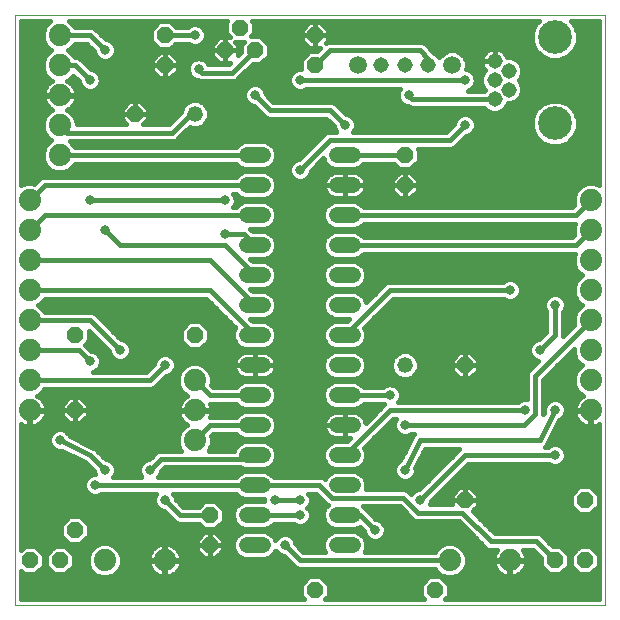
<source format=gbl>
G75*
%MOIN*%
%OFA0B0*%
%FSLAX25Y25*%
%IPPOS*%
%LPD*%
%AMOC8*
5,1,8,0,0,1.08239X$1,22.5*
%
%ADD10C,0.00000*%
%ADD11OC8,0.05200*%
%ADD12C,0.05200*%
%ADD13C,0.05150*%
%ADD14C,0.11220*%
%ADD15C,0.05200*%
%ADD16C,0.05937*%
%ADD17C,0.07400*%
%ADD18C,0.01600*%
%ADD19C,0.03169*%
D10*
X0001800Y0002000D02*
X0001800Y0198850D01*
X0198650Y0198850D01*
X0198650Y0002000D01*
X0001800Y0002000D01*
D11*
X0006800Y0017000D03*
X0016800Y0017000D03*
X0021800Y0027000D03*
X0021800Y0067000D03*
X0021800Y0092000D03*
X0061800Y0092000D03*
X0066800Y0032000D03*
X0066800Y0022000D03*
X0101800Y0007000D03*
X0141800Y0007000D03*
X0151800Y0037000D03*
X0181800Y0017000D03*
X0191800Y0017000D03*
X0191800Y0037000D03*
X0151800Y0082000D03*
X0131800Y0142000D03*
X0131800Y0152000D03*
X0101800Y0182000D03*
X0101800Y0192000D03*
X0081800Y0187000D03*
X0076800Y0194500D03*
X0071800Y0187000D03*
X0051800Y0182000D03*
X0051800Y0192000D03*
X0041800Y0165750D03*
D12*
X0061800Y0165750D03*
X0131800Y0082000D03*
D13*
X0161721Y0170701D03*
X0166446Y0173850D03*
X0161721Y0177000D03*
X0166446Y0180150D03*
X0161721Y0183299D03*
X0139674Y0182000D03*
X0131800Y0182000D03*
X0123926Y0182000D03*
D14*
X0181800Y0191370D03*
X0181800Y0162630D03*
D15*
X0114400Y0152000D02*
X0109200Y0152000D01*
X0109200Y0142000D02*
X0114400Y0142000D01*
X0114400Y0132000D02*
X0109200Y0132000D01*
X0109200Y0122000D02*
X0114400Y0122000D01*
X0114400Y0112000D02*
X0109200Y0112000D01*
X0109200Y0102000D02*
X0114400Y0102000D01*
X0114400Y0092000D02*
X0109200Y0092000D01*
X0109200Y0082000D02*
X0114400Y0082000D01*
X0114400Y0072000D02*
X0109200Y0072000D01*
X0109200Y0062000D02*
X0114400Y0062000D01*
X0114400Y0052000D02*
X0109200Y0052000D01*
X0109200Y0042000D02*
X0114400Y0042000D01*
X0114400Y0032000D02*
X0109200Y0032000D01*
X0109200Y0022000D02*
X0114400Y0022000D01*
X0084400Y0022000D02*
X0079200Y0022000D01*
X0079200Y0032000D02*
X0084400Y0032000D01*
X0084400Y0042000D02*
X0079200Y0042000D01*
X0079200Y0052000D02*
X0084400Y0052000D01*
X0084400Y0062000D02*
X0079200Y0062000D01*
X0079200Y0072000D02*
X0084400Y0072000D01*
X0084400Y0082000D02*
X0079200Y0082000D01*
X0079200Y0092000D02*
X0084400Y0092000D01*
X0084400Y0102000D02*
X0079200Y0102000D01*
X0079200Y0112000D02*
X0084400Y0112000D01*
X0084400Y0122000D02*
X0079200Y0122000D01*
X0079200Y0132000D02*
X0084400Y0132000D01*
X0084400Y0142000D02*
X0079200Y0142000D01*
X0079200Y0152000D02*
X0084400Y0152000D01*
D16*
X0116052Y0182000D03*
X0147548Y0182000D03*
D17*
X0193800Y0137000D03*
X0193800Y0127000D03*
X0193800Y0117000D03*
X0193800Y0107000D03*
X0193800Y0097000D03*
X0193800Y0087000D03*
X0193800Y0077000D03*
X0193800Y0067000D03*
X0166800Y0017000D03*
X0146800Y0017000D03*
X0061800Y0057000D03*
X0061800Y0067000D03*
X0061800Y0077000D03*
X0006800Y0077000D03*
X0006800Y0067000D03*
X0006800Y0087000D03*
X0006800Y0097000D03*
X0006800Y0107000D03*
X0006800Y0117000D03*
X0006800Y0127000D03*
X0006800Y0137000D03*
X0016800Y0152000D03*
X0016800Y0162000D03*
X0016800Y0172000D03*
X0016800Y0182000D03*
X0016800Y0192000D03*
X0031800Y0017000D03*
X0051800Y0017000D03*
D18*
X0052000Y0017200D02*
X0051600Y0017200D01*
X0051600Y0022500D01*
X0051367Y0022500D01*
X0050512Y0022365D01*
X0049689Y0022097D01*
X0048917Y0021704D01*
X0048217Y0021195D01*
X0047605Y0020583D01*
X0047096Y0019883D01*
X0046703Y0019111D01*
X0046435Y0018288D01*
X0046300Y0017433D01*
X0046300Y0017200D01*
X0051600Y0017200D01*
X0051600Y0016800D01*
X0046300Y0016800D01*
X0046300Y0016567D01*
X0046435Y0015712D01*
X0046703Y0014889D01*
X0047096Y0014117D01*
X0047605Y0013417D01*
X0048217Y0012805D01*
X0048917Y0012296D01*
X0049689Y0011903D01*
X0050512Y0011635D01*
X0051367Y0011500D01*
X0051600Y0011500D01*
X0051600Y0016800D01*
X0052000Y0016800D01*
X0052000Y0017200D01*
X0052000Y0022500D01*
X0052233Y0022500D01*
X0053088Y0022365D01*
X0053911Y0022097D01*
X0054683Y0021704D01*
X0055383Y0021195D01*
X0055995Y0020583D01*
X0056504Y0019883D01*
X0056897Y0019111D01*
X0057165Y0018288D01*
X0057300Y0017433D01*
X0057300Y0017200D01*
X0052000Y0017200D01*
X0052000Y0016800D02*
X0057300Y0016800D01*
X0057300Y0016567D01*
X0057165Y0015712D01*
X0056897Y0014889D01*
X0056504Y0014117D01*
X0055995Y0013417D01*
X0055383Y0012805D01*
X0054683Y0012296D01*
X0053911Y0011903D01*
X0053088Y0011635D01*
X0052233Y0011500D01*
X0052000Y0011500D01*
X0052000Y0016800D01*
X0052000Y0016387D02*
X0051600Y0016387D01*
X0051600Y0017985D02*
X0052000Y0017985D01*
X0052000Y0019584D02*
X0051600Y0019584D01*
X0051600Y0021182D02*
X0052000Y0021182D01*
X0055396Y0021182D02*
X0062400Y0021182D01*
X0062400Y0022000D02*
X0062400Y0020177D01*
X0064977Y0017600D01*
X0066800Y0017600D01*
X0068623Y0017600D01*
X0071200Y0020177D01*
X0071200Y0022000D01*
X0071200Y0023823D01*
X0068623Y0026400D01*
X0066800Y0026400D01*
X0066800Y0022000D01*
X0066800Y0022000D01*
X0071200Y0022000D01*
X0066800Y0022000D01*
X0066800Y0022000D01*
X0066800Y0022000D01*
X0062400Y0022000D01*
X0062400Y0023823D01*
X0064977Y0026400D01*
X0066800Y0026400D01*
X0066800Y0022000D01*
X0066800Y0017600D01*
X0066800Y0022000D01*
X0066800Y0022000D01*
X0062400Y0022000D01*
X0062400Y0022781D02*
X0024086Y0022781D01*
X0023705Y0022400D02*
X0026400Y0025095D01*
X0026400Y0028905D01*
X0023705Y0031600D01*
X0019895Y0031600D01*
X0017200Y0028905D01*
X0017200Y0025095D01*
X0019895Y0022400D01*
X0023705Y0022400D01*
X0025685Y0024379D02*
X0062957Y0024379D01*
X0064555Y0025978D02*
X0026400Y0025978D01*
X0026400Y0027576D02*
X0064718Y0027576D01*
X0064895Y0027400D02*
X0068705Y0027400D01*
X0071400Y0030095D01*
X0071400Y0033905D01*
X0068705Y0036600D01*
X0064895Y0036600D01*
X0063095Y0034800D01*
X0057960Y0034800D01*
X0055384Y0037376D01*
X0055384Y0037713D01*
X0054839Y0039030D01*
X0054669Y0039200D01*
X0075495Y0039200D01*
X0076594Y0038100D01*
X0078285Y0037400D01*
X0084831Y0037400D01*
X0084831Y0036600D01*
X0078285Y0036600D01*
X0076594Y0035900D01*
X0075300Y0034606D01*
X0074600Y0032915D01*
X0074600Y0031085D01*
X0075300Y0029394D01*
X0076594Y0028100D01*
X0078285Y0027400D01*
X0085315Y0027400D01*
X0087006Y0028100D01*
X0088105Y0029200D01*
X0094531Y0029200D01*
X0094770Y0028961D01*
X0096087Y0028416D01*
X0097513Y0028416D01*
X0098830Y0028961D01*
X0099839Y0029970D01*
X0100384Y0031287D01*
X0100384Y0032713D01*
X0099839Y0034030D01*
X0099369Y0034500D01*
X0099839Y0034970D01*
X0100384Y0036287D01*
X0100384Y0037713D01*
X0099839Y0039030D01*
X0099669Y0039200D01*
X0102100Y0039200D01*
X0105874Y0035426D01*
X0106049Y0035354D01*
X0105300Y0034606D01*
X0104600Y0032915D01*
X0104600Y0031085D01*
X0105300Y0029394D01*
X0106594Y0028100D01*
X0108285Y0027400D01*
X0115315Y0027400D01*
X0116818Y0028022D01*
X0118216Y0026624D01*
X0118216Y0026287D01*
X0118761Y0024970D01*
X0119770Y0023961D01*
X0121087Y0023416D01*
X0122513Y0023416D01*
X0123830Y0023961D01*
X0124839Y0024970D01*
X0125384Y0026287D01*
X0125384Y0027713D01*
X0124839Y0029030D01*
X0123830Y0030039D01*
X0122513Y0030584D01*
X0122176Y0030584D01*
X0118403Y0034357D01*
X0118300Y0034606D01*
X0117905Y0035000D01*
X0130054Y0035000D01*
X0134628Y0030426D01*
X0135657Y0030000D01*
X0149840Y0030000D01*
X0158964Y0020876D01*
X0159993Y0020450D01*
X0162508Y0020450D01*
X0162096Y0019883D01*
X0161703Y0019111D01*
X0161435Y0018288D01*
X0161300Y0017433D01*
X0161300Y0017200D01*
X0166600Y0017200D01*
X0166600Y0016800D01*
X0167000Y0016800D01*
X0167000Y0017200D01*
X0172300Y0017200D01*
X0172300Y0017433D01*
X0172165Y0018288D01*
X0171897Y0019111D01*
X0171504Y0019883D01*
X0171092Y0020450D01*
X0174390Y0020450D01*
X0177200Y0017640D01*
X0177200Y0015095D01*
X0179895Y0012400D01*
X0183705Y0012400D01*
X0186400Y0015095D01*
X0186400Y0018905D01*
X0183705Y0021600D01*
X0181160Y0021600D01*
X0177136Y0025624D01*
X0176107Y0026050D01*
X0161710Y0026050D01*
X0154391Y0033369D01*
X0156200Y0035177D01*
X0156200Y0037000D01*
X0156200Y0038823D01*
X0153623Y0041400D01*
X0151800Y0041400D01*
X0151800Y0037000D01*
X0151800Y0037000D01*
X0156200Y0037000D01*
X0151800Y0037000D01*
X0151800Y0037000D01*
X0151800Y0037000D01*
X0147400Y0037000D01*
X0147400Y0038823D01*
X0149977Y0041400D01*
X0151800Y0041400D01*
X0151800Y0037000D01*
X0147400Y0037000D01*
X0147400Y0035600D01*
X0140100Y0035600D01*
X0140384Y0036287D01*
X0140384Y0036624D01*
X0152960Y0049200D01*
X0179531Y0049200D01*
X0179770Y0048961D01*
X0181087Y0048416D01*
X0182513Y0048416D01*
X0183830Y0048961D01*
X0184839Y0049970D01*
X0185384Y0051287D01*
X0185384Y0052713D01*
X0184839Y0054030D01*
X0183830Y0055039D01*
X0182513Y0055584D01*
X0181087Y0055584D01*
X0179770Y0055039D01*
X0179531Y0054800D01*
X0178560Y0054800D01*
X0178710Y0054950D01*
X0179055Y0055250D01*
X0179101Y0055341D01*
X0179174Y0055414D01*
X0179349Y0055837D01*
X0183302Y0063742D01*
X0183830Y0063961D01*
X0184839Y0064970D01*
X0185384Y0066287D01*
X0185384Y0067713D01*
X0184839Y0069030D01*
X0183830Y0070039D01*
X0182513Y0070584D01*
X0181087Y0070584D01*
X0179770Y0070039D01*
X0178761Y0069030D01*
X0178216Y0067713D01*
X0178216Y0066287D01*
X0178260Y0066181D01*
X0177984Y0065629D01*
X0177984Y0077224D01*
X0188100Y0087340D01*
X0188100Y0085866D01*
X0188968Y0083771D01*
X0190571Y0082168D01*
X0190976Y0082000D01*
X0190571Y0081832D01*
X0188968Y0080229D01*
X0188100Y0078134D01*
X0188100Y0075866D01*
X0188968Y0073771D01*
X0190571Y0072168D01*
X0191264Y0071881D01*
X0190917Y0071704D01*
X0190217Y0071195D01*
X0189605Y0070583D01*
X0189096Y0069883D01*
X0188703Y0069111D01*
X0188435Y0068288D01*
X0188300Y0067433D01*
X0188300Y0067200D01*
X0193600Y0067200D01*
X0193600Y0066800D01*
X0194000Y0066800D01*
X0194000Y0061500D01*
X0194233Y0061500D01*
X0195088Y0061635D01*
X0195911Y0061903D01*
X0196650Y0062280D01*
X0196650Y0004000D01*
X0145305Y0004000D01*
X0146400Y0005095D01*
X0146400Y0008905D01*
X0143705Y0011600D01*
X0139895Y0011600D01*
X0137200Y0008905D01*
X0137200Y0005095D01*
X0138295Y0004000D01*
X0105305Y0004000D01*
X0106400Y0005095D01*
X0106400Y0008905D01*
X0103705Y0011600D01*
X0099895Y0011600D01*
X0097200Y0008905D01*
X0097200Y0005095D01*
X0098295Y0004000D01*
X0003800Y0004000D01*
X0003800Y0013495D01*
X0004895Y0012400D01*
X0008705Y0012400D01*
X0011400Y0015095D01*
X0011400Y0018905D01*
X0008705Y0021600D01*
X0004895Y0021600D01*
X0003800Y0020505D01*
X0003800Y0062381D01*
X0003917Y0062296D01*
X0004689Y0061903D01*
X0005512Y0061635D01*
X0006367Y0061500D01*
X0006600Y0061500D01*
X0006600Y0066800D01*
X0007000Y0066800D01*
X0007000Y0067200D01*
X0012300Y0067200D01*
X0012300Y0067433D01*
X0012165Y0068288D01*
X0011897Y0069111D01*
X0011504Y0069883D01*
X0010995Y0070583D01*
X0010383Y0071195D01*
X0009683Y0071704D01*
X0009336Y0071881D01*
X0010029Y0072168D01*
X0011632Y0073771D01*
X0011810Y0074200D01*
X0047357Y0074200D01*
X0048386Y0074626D01*
X0052176Y0078416D01*
X0052513Y0078416D01*
X0053830Y0078961D01*
X0054839Y0079970D01*
X0055384Y0081287D01*
X0055384Y0082713D01*
X0054839Y0084030D01*
X0053830Y0085039D01*
X0052513Y0085584D01*
X0051087Y0085584D01*
X0049770Y0085039D01*
X0048761Y0084030D01*
X0048216Y0082713D01*
X0048216Y0082376D01*
X0045640Y0079800D01*
X0027837Y0079800D01*
X0028830Y0080211D01*
X0029839Y0081220D01*
X0030384Y0082537D01*
X0030384Y0083963D01*
X0029839Y0085280D01*
X0028830Y0086289D01*
X0027513Y0086834D01*
X0027176Y0086834D01*
X0025158Y0088852D01*
X0026400Y0090095D01*
X0026400Y0093440D01*
X0033216Y0086624D01*
X0033216Y0086287D01*
X0033761Y0084970D01*
X0034770Y0083961D01*
X0036087Y0083416D01*
X0037513Y0083416D01*
X0038830Y0083961D01*
X0039839Y0084970D01*
X0040384Y0086287D01*
X0040384Y0087713D01*
X0039839Y0089030D01*
X0038830Y0090039D01*
X0037513Y0090584D01*
X0037176Y0090584D01*
X0028386Y0099374D01*
X0027357Y0099800D01*
X0011810Y0099800D01*
X0011632Y0100229D01*
X0010029Y0101832D01*
X0009624Y0102000D01*
X0010029Y0102168D01*
X0011632Y0103771D01*
X0011810Y0104200D01*
X0065640Y0104200D01*
X0075281Y0094559D01*
X0074600Y0092915D01*
X0074600Y0091085D01*
X0075300Y0089394D01*
X0076594Y0088100D01*
X0078285Y0087400D01*
X0085315Y0087400D01*
X0087006Y0088100D01*
X0088300Y0089394D01*
X0089000Y0091085D01*
X0089000Y0092915D01*
X0088300Y0094606D01*
X0087006Y0095900D01*
X0085315Y0096600D01*
X0081160Y0096600D01*
X0080360Y0097400D01*
X0085315Y0097400D01*
X0087006Y0098100D01*
X0088300Y0099394D01*
X0089000Y0101085D01*
X0089000Y0102915D01*
X0088300Y0104606D01*
X0087006Y0105900D01*
X0085315Y0106600D01*
X0081160Y0106600D01*
X0080360Y0107400D01*
X0085315Y0107400D01*
X0087006Y0108100D01*
X0088300Y0109394D01*
X0089000Y0111085D01*
X0089000Y0112915D01*
X0088300Y0114606D01*
X0087006Y0115900D01*
X0085315Y0116600D01*
X0081160Y0116600D01*
X0080360Y0117400D01*
X0085315Y0117400D01*
X0087006Y0118100D01*
X0088300Y0119394D01*
X0089000Y0121085D01*
X0089000Y0122915D01*
X0088300Y0124606D01*
X0087006Y0125900D01*
X0085315Y0126600D01*
X0081160Y0126600D01*
X0080360Y0127400D01*
X0085315Y0127400D01*
X0087006Y0128100D01*
X0088300Y0129394D01*
X0089000Y0131085D01*
X0089000Y0132915D01*
X0088300Y0134606D01*
X0087006Y0135900D01*
X0085315Y0136600D01*
X0078285Y0136600D01*
X0076594Y0135900D01*
X0075495Y0134800D01*
X0074669Y0134800D01*
X0074839Y0134970D01*
X0075384Y0136287D01*
X0075384Y0137713D01*
X0074839Y0139030D01*
X0074669Y0139200D01*
X0075495Y0139200D01*
X0076594Y0138100D01*
X0078285Y0137400D01*
X0085315Y0137400D01*
X0087006Y0138100D01*
X0088300Y0139394D01*
X0089000Y0141085D01*
X0089000Y0142915D01*
X0088300Y0144606D01*
X0087006Y0145900D01*
X0085315Y0146600D01*
X0078285Y0146600D01*
X0076594Y0145900D01*
X0075495Y0144800D01*
X0011243Y0144800D01*
X0010214Y0144374D01*
X0009426Y0143586D01*
X0008363Y0142522D01*
X0007934Y0142700D01*
X0005666Y0142700D01*
X0003800Y0141927D01*
X0003800Y0196850D01*
X0013615Y0196850D01*
X0013571Y0196832D01*
X0011968Y0195229D01*
X0011100Y0193134D01*
X0011100Y0190866D01*
X0011968Y0188771D01*
X0013571Y0187168D01*
X0013976Y0187000D01*
X0013571Y0186832D01*
X0011968Y0185229D01*
X0011100Y0183134D01*
X0011100Y0180866D01*
X0011968Y0178771D01*
X0013571Y0177168D01*
X0014264Y0176881D01*
X0013917Y0176704D01*
X0013217Y0176195D01*
X0012605Y0175583D01*
X0012096Y0174883D01*
X0011703Y0174111D01*
X0011435Y0173288D01*
X0011300Y0172433D01*
X0011300Y0172200D01*
X0016600Y0172200D01*
X0016600Y0171800D01*
X0011300Y0171800D01*
X0011300Y0171567D01*
X0011435Y0170712D01*
X0011703Y0169889D01*
X0012096Y0169117D01*
X0012605Y0168417D01*
X0013217Y0167805D01*
X0013917Y0167296D01*
X0014264Y0167119D01*
X0013571Y0166832D01*
X0011968Y0165229D01*
X0011100Y0163134D01*
X0011100Y0160866D01*
X0011968Y0158771D01*
X0013571Y0157168D01*
X0013976Y0157000D01*
X0013571Y0156832D01*
X0011968Y0155229D01*
X0011100Y0153134D01*
X0011100Y0150866D01*
X0011968Y0148771D01*
X0013571Y0147168D01*
X0015666Y0146300D01*
X0017934Y0146300D01*
X0020029Y0147168D01*
X0021632Y0148771D01*
X0021810Y0149200D01*
X0075495Y0149200D01*
X0076594Y0148100D01*
X0078285Y0147400D01*
X0085315Y0147400D01*
X0087006Y0148100D01*
X0088300Y0149394D01*
X0089000Y0151085D01*
X0089000Y0152915D01*
X0088300Y0154606D01*
X0087006Y0155900D01*
X0085315Y0156600D01*
X0078285Y0156600D01*
X0076594Y0155900D01*
X0075495Y0154800D01*
X0021810Y0154800D01*
X0021632Y0155229D01*
X0020161Y0156700D01*
X0054857Y0156700D01*
X0055886Y0157126D01*
X0056674Y0157914D01*
X0060195Y0161436D01*
X0060885Y0161150D01*
X0062715Y0161150D01*
X0064406Y0161850D01*
X0065700Y0163144D01*
X0066400Y0164835D01*
X0066400Y0166665D01*
X0065700Y0168356D01*
X0064406Y0169650D01*
X0062715Y0170350D01*
X0060885Y0170350D01*
X0059194Y0169650D01*
X0057900Y0168356D01*
X0057200Y0166665D01*
X0057200Y0166360D01*
X0053140Y0162300D01*
X0044573Y0162300D01*
X0046200Y0163927D01*
X0046200Y0165750D01*
X0046200Y0167573D01*
X0043623Y0170150D01*
X0041800Y0170150D01*
X0041800Y0165750D01*
X0041800Y0165750D01*
X0046200Y0165750D01*
X0041800Y0165750D01*
X0041800Y0165750D01*
X0041800Y0165750D01*
X0037400Y0165750D01*
X0037400Y0167573D01*
X0039977Y0170150D01*
X0041800Y0170150D01*
X0041800Y0165750D01*
X0037400Y0165750D01*
X0037400Y0163927D01*
X0039027Y0162300D01*
X0022500Y0162300D01*
X0022500Y0163134D01*
X0021632Y0165229D01*
X0020029Y0166832D01*
X0019336Y0167119D01*
X0019683Y0167296D01*
X0020383Y0167805D01*
X0020995Y0168417D01*
X0021504Y0169117D01*
X0021897Y0169889D01*
X0022165Y0170712D01*
X0022300Y0171567D01*
X0022300Y0171800D01*
X0017000Y0171800D01*
X0017000Y0172200D01*
X0022300Y0172200D01*
X0022300Y0172433D01*
X0022165Y0173288D01*
X0021897Y0174111D01*
X0021504Y0174883D01*
X0020995Y0175583D01*
X0020383Y0176195D01*
X0019683Y0176704D01*
X0019336Y0176881D01*
X0020029Y0177168D01*
X0021351Y0178490D01*
X0023216Y0176624D01*
X0023216Y0176287D01*
X0023761Y0174970D01*
X0024770Y0173961D01*
X0026087Y0173416D01*
X0027513Y0173416D01*
X0028830Y0173961D01*
X0029839Y0174970D01*
X0030384Y0176287D01*
X0030384Y0177713D01*
X0029839Y0179030D01*
X0028830Y0180039D01*
X0027513Y0180584D01*
X0027176Y0180584D01*
X0023386Y0184374D01*
X0022357Y0184800D01*
X0021810Y0184800D01*
X0021632Y0185229D01*
X0020029Y0186832D01*
X0019624Y0187000D01*
X0020029Y0187168D01*
X0021632Y0188771D01*
X0021810Y0189200D01*
X0025640Y0189200D01*
X0028216Y0186624D01*
X0028216Y0186287D01*
X0028761Y0184970D01*
X0029770Y0183961D01*
X0031087Y0183416D01*
X0032513Y0183416D01*
X0033830Y0183961D01*
X0034839Y0184970D01*
X0035384Y0186287D01*
X0035384Y0187713D01*
X0034839Y0189030D01*
X0033830Y0190039D01*
X0032513Y0190584D01*
X0032176Y0190584D01*
X0028386Y0194374D01*
X0027357Y0194800D01*
X0021810Y0194800D01*
X0021632Y0195229D01*
X0020029Y0196832D01*
X0019985Y0196850D01*
X0072645Y0196850D01*
X0072200Y0196405D01*
X0072200Y0192595D01*
X0073395Y0191400D01*
X0071800Y0191400D01*
X0071800Y0187000D01*
X0076200Y0187000D01*
X0076200Y0188823D01*
X0075123Y0189900D01*
X0078195Y0189900D01*
X0077200Y0188905D01*
X0077200Y0186360D01*
X0076200Y0185360D01*
X0076200Y0187000D01*
X0071800Y0187000D01*
X0071800Y0187000D01*
X0071800Y0187000D01*
X0071800Y0182600D01*
X0073440Y0182600D01*
X0073140Y0182300D01*
X0066288Y0182300D01*
X0066089Y0182780D01*
X0065080Y0183789D01*
X0063763Y0184334D01*
X0062337Y0184334D01*
X0061020Y0183789D01*
X0060011Y0182780D01*
X0059466Y0181463D01*
X0059466Y0180037D01*
X0060011Y0178720D01*
X0061020Y0177711D01*
X0062337Y0177166D01*
X0062674Y0177166D01*
X0062714Y0177126D01*
X0063743Y0176700D01*
X0074857Y0176700D01*
X0075886Y0177126D01*
X0076674Y0177914D01*
X0081160Y0182400D01*
X0083705Y0182400D01*
X0086400Y0185095D01*
X0086400Y0188905D01*
X0083705Y0191600D01*
X0080405Y0191600D01*
X0081400Y0192595D01*
X0081400Y0196405D01*
X0080955Y0196850D01*
X0176518Y0196850D01*
X0175348Y0195681D01*
X0174190Y0192884D01*
X0174190Y0189856D01*
X0175348Y0187059D01*
X0177489Y0184918D01*
X0180286Y0183760D01*
X0183314Y0183760D01*
X0186111Y0184918D01*
X0188252Y0187059D01*
X0189410Y0189856D01*
X0189410Y0192884D01*
X0188252Y0195681D01*
X0187082Y0196850D01*
X0196650Y0196850D01*
X0196650Y0141989D01*
X0194934Y0142700D01*
X0192666Y0142700D01*
X0190571Y0141832D01*
X0188968Y0140229D01*
X0188100Y0138134D01*
X0188100Y0135866D01*
X0188278Y0135437D01*
X0187640Y0134800D01*
X0118105Y0134800D01*
X0117006Y0135900D01*
X0115315Y0136600D01*
X0108285Y0136600D01*
X0106594Y0135900D01*
X0105300Y0134606D01*
X0104600Y0132915D01*
X0104600Y0131085D01*
X0105300Y0129394D01*
X0106594Y0128100D01*
X0108285Y0127400D01*
X0115315Y0127400D01*
X0117006Y0128100D01*
X0118105Y0129200D01*
X0188542Y0129200D01*
X0188100Y0128134D01*
X0188100Y0125866D01*
X0188278Y0125437D01*
X0187640Y0124800D01*
X0118105Y0124800D01*
X0117006Y0125900D01*
X0115315Y0126600D01*
X0108285Y0126600D01*
X0106594Y0125900D01*
X0105300Y0124606D01*
X0104600Y0122915D01*
X0104600Y0121085D01*
X0105300Y0119394D01*
X0106594Y0118100D01*
X0108285Y0117400D01*
X0115315Y0117400D01*
X0117006Y0118100D01*
X0118105Y0119200D01*
X0188542Y0119200D01*
X0188100Y0118134D01*
X0188100Y0115866D01*
X0188968Y0113771D01*
X0190571Y0112168D01*
X0190976Y0112000D01*
X0190571Y0111832D01*
X0188968Y0110229D01*
X0188100Y0108134D01*
X0188100Y0105866D01*
X0188968Y0103771D01*
X0190571Y0102168D01*
X0190976Y0102000D01*
X0190571Y0101832D01*
X0188968Y0100229D01*
X0188100Y0098134D01*
X0188100Y0095866D01*
X0188278Y0095437D01*
X0184600Y0091760D01*
X0184600Y0099731D01*
X0184839Y0099970D01*
X0185384Y0101287D01*
X0185384Y0102713D01*
X0184839Y0104030D01*
X0183830Y0105039D01*
X0182513Y0105584D01*
X0181087Y0105584D01*
X0179770Y0105039D01*
X0178761Y0104030D01*
X0178216Y0102713D01*
X0178216Y0101287D01*
X0178761Y0099970D01*
X0179000Y0099731D01*
X0179000Y0093160D01*
X0176424Y0090584D01*
X0176087Y0090584D01*
X0174770Y0090039D01*
X0173761Y0089030D01*
X0173216Y0087713D01*
X0173216Y0086287D01*
X0173761Y0084970D01*
X0174770Y0083961D01*
X0176087Y0083416D01*
X0176256Y0083416D01*
X0173598Y0080758D01*
X0172811Y0079970D01*
X0172384Y0078941D01*
X0172384Y0070584D01*
X0171087Y0070584D01*
X0169770Y0070039D01*
X0169531Y0069800D01*
X0129669Y0069800D01*
X0129839Y0069970D01*
X0130384Y0071287D01*
X0130384Y0072713D01*
X0129839Y0074030D01*
X0128830Y0075039D01*
X0127513Y0075584D01*
X0126087Y0075584D01*
X0124770Y0075039D01*
X0124531Y0074800D01*
X0118105Y0074800D01*
X0117006Y0075900D01*
X0115315Y0076600D01*
X0108285Y0076600D01*
X0106594Y0075900D01*
X0105300Y0074606D01*
X0104600Y0072915D01*
X0104600Y0071085D01*
X0105300Y0069394D01*
X0106594Y0068100D01*
X0108285Y0067400D01*
X0115315Y0067400D01*
X0117006Y0068100D01*
X0118105Y0069200D01*
X0124531Y0069200D01*
X0124770Y0068961D01*
X0124792Y0068952D01*
X0118716Y0062876D01*
X0118692Y0063030D01*
X0118478Y0063689D01*
X0118163Y0064306D01*
X0117756Y0064866D01*
X0117266Y0065356D01*
X0116706Y0065763D01*
X0116089Y0066078D01*
X0115430Y0066292D01*
X0114746Y0066400D01*
X0111800Y0066400D01*
X0111800Y0062000D01*
X0111800Y0062000D01*
X0111800Y0057600D01*
X0113440Y0057600D01*
X0112440Y0056600D01*
X0108285Y0056600D01*
X0106594Y0055900D01*
X0105300Y0054606D01*
X0104600Y0052915D01*
X0104600Y0051085D01*
X0105300Y0049394D01*
X0106594Y0048100D01*
X0108285Y0047400D01*
X0115315Y0047400D01*
X0117006Y0048100D01*
X0118300Y0049394D01*
X0119000Y0051085D01*
X0119000Y0052915D01*
X0118319Y0054559D01*
X0127960Y0064200D01*
X0128931Y0064200D01*
X0128761Y0064030D01*
X0128216Y0062713D01*
X0128216Y0061287D01*
X0128761Y0059970D01*
X0129770Y0058961D01*
X0131087Y0058416D01*
X0132513Y0058416D01*
X0133830Y0058961D01*
X0134069Y0059200D01*
X0135040Y0059200D01*
X0134890Y0059050D01*
X0134545Y0058750D01*
X0134499Y0058659D01*
X0134426Y0058586D01*
X0134251Y0058163D01*
X0130298Y0050258D01*
X0129770Y0050039D01*
X0128761Y0049030D01*
X0128216Y0047713D01*
X0128216Y0046287D01*
X0128761Y0044970D01*
X0129770Y0043961D01*
X0131087Y0043416D01*
X0132513Y0043416D01*
X0133830Y0043961D01*
X0134839Y0044970D01*
X0135384Y0046287D01*
X0135384Y0047713D01*
X0135340Y0047819D01*
X0138530Y0054200D01*
X0150040Y0054200D01*
X0149426Y0053586D01*
X0136424Y0040584D01*
X0136087Y0040584D01*
X0134770Y0040039D01*
X0133852Y0039121D01*
X0132800Y0040174D01*
X0131771Y0040600D01*
X0118799Y0040600D01*
X0119000Y0041085D01*
X0119000Y0042915D01*
X0118300Y0044606D01*
X0117006Y0045900D01*
X0115315Y0046600D01*
X0108285Y0046600D01*
X0106594Y0045900D01*
X0105300Y0044606D01*
X0105099Y0044121D01*
X0104846Y0044374D01*
X0103817Y0044800D01*
X0088105Y0044800D01*
X0087006Y0045900D01*
X0085315Y0046600D01*
X0078285Y0046600D01*
X0076594Y0045900D01*
X0075495Y0044800D01*
X0049669Y0044800D01*
X0049839Y0044970D01*
X0050384Y0046287D01*
X0050384Y0046624D01*
X0051710Y0047950D01*
X0076957Y0047950D01*
X0078285Y0047400D01*
X0085315Y0047400D01*
X0087006Y0048100D01*
X0088300Y0049394D01*
X0089000Y0051085D01*
X0089000Y0052915D01*
X0088300Y0054606D01*
X0087006Y0055900D01*
X0085315Y0056600D01*
X0078285Y0056600D01*
X0076594Y0055900D01*
X0075300Y0054606D01*
X0074863Y0053550D01*
X0066411Y0053550D01*
X0066632Y0053771D01*
X0067500Y0055866D01*
X0067500Y0058134D01*
X0067322Y0058563D01*
X0067960Y0059200D01*
X0075495Y0059200D01*
X0076594Y0058100D01*
X0078285Y0057400D01*
X0085315Y0057400D01*
X0087006Y0058100D01*
X0088300Y0059394D01*
X0089000Y0061085D01*
X0089000Y0062915D01*
X0088300Y0064606D01*
X0087006Y0065900D01*
X0085315Y0066600D01*
X0078285Y0066600D01*
X0076594Y0065900D01*
X0075495Y0064800D01*
X0066852Y0064800D01*
X0066897Y0064889D01*
X0067165Y0065712D01*
X0067300Y0066567D01*
X0067300Y0066800D01*
X0062000Y0066800D01*
X0062000Y0067200D01*
X0067300Y0067200D01*
X0067300Y0067433D01*
X0067165Y0068288D01*
X0066897Y0069111D01*
X0066852Y0069200D01*
X0075495Y0069200D01*
X0076594Y0068100D01*
X0078285Y0067400D01*
X0085315Y0067400D01*
X0087006Y0068100D01*
X0088300Y0069394D01*
X0089000Y0071085D01*
X0089000Y0072915D01*
X0088300Y0074606D01*
X0087006Y0075900D01*
X0085315Y0076600D01*
X0078285Y0076600D01*
X0076594Y0075900D01*
X0075495Y0074800D01*
X0067960Y0074800D01*
X0067322Y0075437D01*
X0067500Y0075866D01*
X0067500Y0078134D01*
X0066632Y0080229D01*
X0065029Y0081832D01*
X0062934Y0082700D01*
X0060666Y0082700D01*
X0058571Y0081832D01*
X0056968Y0080229D01*
X0056100Y0078134D01*
X0056100Y0075866D01*
X0056968Y0073771D01*
X0058571Y0072168D01*
X0059264Y0071881D01*
X0058917Y0071704D01*
X0058217Y0071195D01*
X0057605Y0070583D01*
X0057096Y0069883D01*
X0056703Y0069111D01*
X0056435Y0068288D01*
X0056300Y0067433D01*
X0056300Y0067200D01*
X0061600Y0067200D01*
X0061600Y0066800D01*
X0056300Y0066800D01*
X0056300Y0066567D01*
X0056435Y0065712D01*
X0056703Y0064889D01*
X0057096Y0064117D01*
X0057605Y0063417D01*
X0058217Y0062805D01*
X0058917Y0062296D01*
X0059264Y0062119D01*
X0058571Y0061832D01*
X0056968Y0060229D01*
X0056100Y0058134D01*
X0056100Y0055866D01*
X0056968Y0053771D01*
X0057189Y0053550D01*
X0049993Y0053550D01*
X0048964Y0053124D01*
X0048176Y0052336D01*
X0046424Y0050584D01*
X0046087Y0050584D01*
X0044770Y0050039D01*
X0043761Y0049030D01*
X0043216Y0047713D01*
X0043216Y0046287D01*
X0043761Y0044970D01*
X0043931Y0044800D01*
X0034669Y0044800D01*
X0034839Y0044970D01*
X0035384Y0046287D01*
X0035384Y0047713D01*
X0034839Y0049030D01*
X0033830Y0050039D01*
X0032513Y0050584D01*
X0032176Y0050584D01*
X0028850Y0053910D01*
X0028550Y0054255D01*
X0028459Y0054301D01*
X0028386Y0054374D01*
X0027963Y0054549D01*
X0020058Y0058502D01*
X0019839Y0059030D01*
X0018830Y0060039D01*
X0017513Y0060584D01*
X0016087Y0060584D01*
X0014770Y0060039D01*
X0013761Y0059030D01*
X0013216Y0057713D01*
X0013216Y0056287D01*
X0013761Y0054970D01*
X0014770Y0053961D01*
X0016087Y0053416D01*
X0017513Y0053416D01*
X0017619Y0053460D01*
X0025141Y0049699D01*
X0028216Y0046624D01*
X0028216Y0046287D01*
X0028507Y0045584D01*
X0027703Y0045584D01*
X0026385Y0045039D01*
X0025377Y0044030D01*
X0024831Y0042713D01*
X0024831Y0041287D01*
X0025377Y0039970D01*
X0026385Y0038961D01*
X0027703Y0038416D01*
X0029129Y0038416D01*
X0030446Y0038961D01*
X0030685Y0039200D01*
X0048931Y0039200D01*
X0048761Y0039030D01*
X0048216Y0037713D01*
X0048216Y0036287D01*
X0048761Y0034970D01*
X0049770Y0033961D01*
X0051087Y0033416D01*
X0051424Y0033416D01*
X0055214Y0029626D01*
X0056243Y0029200D01*
X0063095Y0029200D01*
X0064895Y0027400D01*
X0066800Y0025978D02*
X0066800Y0025978D01*
X0066800Y0024379D02*
X0066800Y0024379D01*
X0066800Y0022781D02*
X0066800Y0022781D01*
X0066800Y0021182D02*
X0066800Y0021182D01*
X0066800Y0019584D02*
X0066800Y0019584D01*
X0066800Y0017985D02*
X0066800Y0017985D01*
X0069008Y0017985D02*
X0076872Y0017985D01*
X0076594Y0018100D02*
X0078285Y0017400D01*
X0085315Y0017400D01*
X0087006Y0018100D01*
X0088300Y0019394D01*
X0088650Y0020239D01*
X0088761Y0019970D01*
X0089770Y0018961D01*
X0091087Y0018416D01*
X0091424Y0018416D01*
X0095214Y0014626D01*
X0096243Y0014200D01*
X0141790Y0014200D01*
X0141968Y0013771D01*
X0143571Y0012168D01*
X0145666Y0011300D01*
X0147934Y0011300D01*
X0150029Y0012168D01*
X0151632Y0013771D01*
X0152500Y0015866D01*
X0152500Y0018134D01*
X0151632Y0020229D01*
X0150029Y0021832D01*
X0147934Y0022700D01*
X0145666Y0022700D01*
X0143571Y0021832D01*
X0141968Y0020229D01*
X0141790Y0019800D01*
X0118468Y0019800D01*
X0119000Y0021085D01*
X0119000Y0022915D01*
X0118300Y0024606D01*
X0117006Y0025900D01*
X0115315Y0026600D01*
X0108285Y0026600D01*
X0106594Y0025900D01*
X0105300Y0024606D01*
X0104600Y0022915D01*
X0104600Y0021085D01*
X0105132Y0019800D01*
X0097960Y0019800D01*
X0095384Y0022376D01*
X0095384Y0022713D01*
X0094839Y0024030D01*
X0093830Y0025039D01*
X0092513Y0025584D01*
X0091087Y0025584D01*
X0089770Y0025039D01*
X0088761Y0024030D01*
X0088650Y0023761D01*
X0088300Y0024606D01*
X0087006Y0025900D01*
X0085315Y0026600D01*
X0078285Y0026600D01*
X0076594Y0025900D01*
X0075300Y0024606D01*
X0074600Y0022915D01*
X0074600Y0021085D01*
X0075300Y0019394D01*
X0076594Y0018100D01*
X0075222Y0019584D02*
X0070606Y0019584D01*
X0071200Y0021182D02*
X0074600Y0021182D01*
X0074600Y0022781D02*
X0071200Y0022781D01*
X0070643Y0024379D02*
X0075206Y0024379D01*
X0076783Y0025978D02*
X0069045Y0025978D01*
X0068882Y0027576D02*
X0077860Y0027576D01*
X0075520Y0029175D02*
X0070480Y0029175D01*
X0071400Y0030773D02*
X0074729Y0030773D01*
X0074600Y0032372D02*
X0071400Y0032372D01*
X0071335Y0033970D02*
X0075037Y0033970D01*
X0076263Y0035569D02*
X0069737Y0035569D01*
X0066800Y0032000D02*
X0056800Y0032000D01*
X0051800Y0037000D01*
X0048513Y0035569D02*
X0003800Y0035569D01*
X0003800Y0037167D02*
X0048216Y0037167D01*
X0048652Y0038766D02*
X0029974Y0038766D01*
X0026858Y0038766D02*
X0003800Y0038766D01*
X0003800Y0040364D02*
X0025214Y0040364D01*
X0024831Y0041963D02*
X0003800Y0041963D01*
X0003800Y0043561D02*
X0025183Y0043561D01*
X0026678Y0045160D02*
X0003800Y0045160D01*
X0003800Y0046758D02*
X0028082Y0046758D01*
X0026483Y0048357D02*
X0003800Y0048357D01*
X0003800Y0049955D02*
X0024628Y0049955D01*
X0026800Y0052000D02*
X0031800Y0047000D01*
X0033914Y0049955D02*
X0044686Y0049955D01*
X0043482Y0048357D02*
X0035118Y0048357D01*
X0035384Y0046758D02*
X0043216Y0046758D01*
X0043683Y0045160D02*
X0034917Y0045160D01*
X0028416Y0042000D02*
X0081800Y0042000D01*
X0103260Y0042000D01*
X0107460Y0037800D01*
X0131214Y0037800D01*
X0136214Y0032800D01*
X0151000Y0032800D01*
X0160550Y0023250D01*
X0175550Y0023250D01*
X0181800Y0017000D01*
X0186400Y0016387D02*
X0187200Y0016387D01*
X0187200Y0015095D02*
X0189895Y0012400D01*
X0193705Y0012400D01*
X0196400Y0015095D01*
X0196400Y0018905D01*
X0193705Y0021600D01*
X0189895Y0021600D01*
X0187200Y0018905D01*
X0187200Y0015095D01*
X0187507Y0014788D02*
X0186093Y0014788D01*
X0184495Y0013190D02*
X0189105Y0013190D01*
X0187200Y0017985D02*
X0186400Y0017985D01*
X0185722Y0019584D02*
X0187878Y0019584D01*
X0189477Y0021182D02*
X0184123Y0021182D01*
X0179979Y0022781D02*
X0196650Y0022781D01*
X0196650Y0024379D02*
X0178381Y0024379D01*
X0176282Y0025978D02*
X0196650Y0025978D01*
X0196650Y0027576D02*
X0160184Y0027576D01*
X0158585Y0029175D02*
X0196650Y0029175D01*
X0196650Y0030773D02*
X0156987Y0030773D01*
X0155388Y0032372D02*
X0196650Y0032372D01*
X0196650Y0033970D02*
X0195276Y0033970D01*
X0196400Y0035095D02*
X0193705Y0032400D01*
X0189895Y0032400D01*
X0187200Y0035095D01*
X0187200Y0038905D01*
X0189895Y0041600D01*
X0193705Y0041600D01*
X0196400Y0038905D01*
X0196400Y0035095D01*
X0196400Y0035569D02*
X0196650Y0035569D01*
X0196650Y0037167D02*
X0196400Y0037167D01*
X0196400Y0038766D02*
X0196650Y0038766D01*
X0196650Y0040364D02*
X0194941Y0040364D01*
X0196650Y0041963D02*
X0145723Y0041963D01*
X0147321Y0043561D02*
X0196650Y0043561D01*
X0196650Y0045160D02*
X0148920Y0045160D01*
X0150518Y0046758D02*
X0196650Y0046758D01*
X0196650Y0048357D02*
X0152117Y0048357D01*
X0151800Y0052000D02*
X0136800Y0037000D01*
X0135556Y0040364D02*
X0132340Y0040364D01*
X0132864Y0043561D02*
X0139402Y0043561D01*
X0141000Y0045160D02*
X0134917Y0045160D01*
X0135384Y0046758D02*
X0142599Y0046758D01*
X0144197Y0048357D02*
X0135609Y0048357D01*
X0136408Y0049955D02*
X0145796Y0049955D01*
X0147394Y0051554D02*
X0137207Y0051554D01*
X0138007Y0053152D02*
X0148993Y0053152D01*
X0149426Y0053586D02*
X0149426Y0053586D01*
X0151800Y0052000D02*
X0181800Y0052000D01*
X0185202Y0053152D02*
X0196650Y0053152D01*
X0196650Y0051554D02*
X0185384Y0051554D01*
X0184824Y0049955D02*
X0196650Y0049955D01*
X0196650Y0054751D02*
X0184118Y0054751D01*
X0179605Y0056349D02*
X0196650Y0056349D01*
X0196650Y0057948D02*
X0180404Y0057948D01*
X0181204Y0059546D02*
X0196650Y0059546D01*
X0196650Y0061145D02*
X0182003Y0061145D01*
X0182802Y0062743D02*
X0190302Y0062743D01*
X0190217Y0062805D02*
X0190917Y0062296D01*
X0191689Y0061903D01*
X0192512Y0061635D01*
X0193367Y0061500D01*
X0193600Y0061500D01*
X0193600Y0066800D01*
X0188300Y0066800D01*
X0188300Y0066567D01*
X0188435Y0065712D01*
X0188703Y0064889D01*
X0189096Y0064117D01*
X0189605Y0063417D01*
X0190217Y0062805D01*
X0188982Y0064342D02*
X0184211Y0064342D01*
X0185241Y0065940D02*
X0188399Y0065940D01*
X0188317Y0067539D02*
X0185384Y0067539D01*
X0184731Y0069137D02*
X0188716Y0069137D01*
X0189758Y0070736D02*
X0177984Y0070736D01*
X0177984Y0072334D02*
X0190404Y0072334D01*
X0188901Y0073933D02*
X0177984Y0073933D01*
X0177984Y0075532D02*
X0188239Y0075532D01*
X0188100Y0077130D02*
X0177984Y0077130D01*
X0179488Y0078729D02*
X0188346Y0078729D01*
X0189066Y0080327D02*
X0181087Y0080327D01*
X0182685Y0081926D02*
X0190797Y0081926D01*
X0189215Y0083524D02*
X0184284Y0083524D01*
X0185882Y0085123D02*
X0188408Y0085123D01*
X0188100Y0086721D02*
X0187481Y0086721D01*
X0181800Y0092000D02*
X0176800Y0087000D01*
X0174649Y0089918D02*
X0118517Y0089918D01*
X0118300Y0089394D02*
X0119000Y0091085D01*
X0119000Y0092915D01*
X0118319Y0094559D01*
X0127960Y0104200D01*
X0164531Y0104200D01*
X0164770Y0103961D01*
X0166087Y0103416D01*
X0167513Y0103416D01*
X0168830Y0103961D01*
X0169839Y0104970D01*
X0170384Y0106287D01*
X0170384Y0107713D01*
X0169839Y0109030D01*
X0168830Y0110039D01*
X0167513Y0110584D01*
X0166087Y0110584D01*
X0164770Y0110039D01*
X0164531Y0109800D01*
X0126243Y0109800D01*
X0125214Y0109374D01*
X0118928Y0103088D01*
X0118300Y0104606D01*
X0117006Y0105900D01*
X0115315Y0106600D01*
X0108285Y0106600D01*
X0106594Y0105900D01*
X0105300Y0104606D01*
X0104600Y0102915D01*
X0104600Y0101085D01*
X0105300Y0099394D01*
X0106594Y0098100D01*
X0108285Y0097400D01*
X0113240Y0097400D01*
X0112440Y0096600D01*
X0108285Y0096600D01*
X0106594Y0095900D01*
X0105300Y0094606D01*
X0104600Y0092915D01*
X0104600Y0091085D01*
X0105300Y0089394D01*
X0106594Y0088100D01*
X0108285Y0087400D01*
X0115315Y0087400D01*
X0117006Y0088100D01*
X0118300Y0089394D01*
X0117225Y0088320D02*
X0173467Y0088320D01*
X0173216Y0086721D02*
X0040384Y0086721D01*
X0040133Y0088320D02*
X0058975Y0088320D01*
X0059895Y0087400D02*
X0063705Y0087400D01*
X0066400Y0090095D01*
X0066400Y0093905D01*
X0063705Y0096600D01*
X0059895Y0096600D01*
X0057200Y0093905D01*
X0057200Y0090095D01*
X0059895Y0087400D01*
X0057376Y0089918D02*
X0038951Y0089918D01*
X0036800Y0087000D02*
X0026800Y0097000D01*
X0006800Y0097000D01*
X0010753Y0101108D02*
X0068732Y0101108D01*
X0067134Y0102706D02*
X0010567Y0102706D01*
X0006800Y0107000D02*
X0066800Y0107000D01*
X0081800Y0092000D01*
X0086010Y0096312D02*
X0107590Y0096312D01*
X0107052Y0097911D02*
X0086548Y0097911D01*
X0088347Y0099509D02*
X0105253Y0099509D01*
X0104600Y0101108D02*
X0089000Y0101108D01*
X0089000Y0102706D02*
X0104600Y0102706D01*
X0105176Y0104305D02*
X0088424Y0104305D01*
X0086997Y0105903D02*
X0106603Y0105903D01*
X0108039Y0107502D02*
X0085561Y0107502D01*
X0088006Y0109100D02*
X0105594Y0109100D01*
X0105300Y0109394D02*
X0106594Y0108100D01*
X0108285Y0107400D01*
X0115315Y0107400D01*
X0117006Y0108100D01*
X0118300Y0109394D01*
X0119000Y0111085D01*
X0119000Y0112915D01*
X0118300Y0114606D01*
X0117006Y0115900D01*
X0115315Y0116600D01*
X0108285Y0116600D01*
X0106594Y0115900D01*
X0105300Y0114606D01*
X0104600Y0112915D01*
X0104600Y0111085D01*
X0105300Y0109394D01*
X0104760Y0110699D02*
X0088840Y0110699D01*
X0089000Y0112297D02*
X0104600Y0112297D01*
X0105006Y0113896D02*
X0088594Y0113896D01*
X0087411Y0115494D02*
X0106189Y0115494D01*
X0106003Y0118691D02*
X0087597Y0118691D01*
X0088671Y0120290D02*
X0104929Y0120290D01*
X0104600Y0121888D02*
X0089000Y0121888D01*
X0088763Y0123487D02*
X0104837Y0123487D01*
X0105780Y0125085D02*
X0087820Y0125085D01*
X0087188Y0128282D02*
X0106412Y0128282D01*
X0105099Y0129881D02*
X0088501Y0129881D01*
X0089000Y0131479D02*
X0104600Y0131479D01*
X0104667Y0133078D02*
X0088933Y0133078D01*
X0088229Y0134676D02*
X0105371Y0134676D01*
X0107500Y0136275D02*
X0086100Y0136275D01*
X0086458Y0137873D02*
X0107661Y0137873D01*
X0107511Y0137922D02*
X0108170Y0137708D01*
X0108854Y0137600D01*
X0111800Y0137600D01*
X0114746Y0137600D01*
X0115430Y0137708D01*
X0116089Y0137922D01*
X0116706Y0138237D01*
X0117266Y0138644D01*
X0117756Y0139134D01*
X0118163Y0139694D01*
X0118478Y0140311D01*
X0118692Y0140970D01*
X0118800Y0141654D01*
X0118800Y0142000D01*
X0118800Y0142346D01*
X0118692Y0143030D01*
X0118478Y0143689D01*
X0118163Y0144306D01*
X0117756Y0144866D01*
X0117266Y0145356D01*
X0116706Y0145763D01*
X0116089Y0146078D01*
X0115430Y0146292D01*
X0114746Y0146400D01*
X0111800Y0146400D01*
X0111800Y0142000D01*
X0111800Y0142000D01*
X0118800Y0142000D01*
X0111800Y0142000D01*
X0111800Y0142000D01*
X0111800Y0137600D01*
X0111800Y0142000D01*
X0111800Y0142000D01*
X0111800Y0142000D01*
X0104800Y0142000D01*
X0104800Y0142346D01*
X0104908Y0143030D01*
X0105122Y0143689D01*
X0105437Y0144306D01*
X0105844Y0144866D01*
X0106334Y0145356D01*
X0106894Y0145763D01*
X0107511Y0146078D01*
X0108170Y0146292D01*
X0108854Y0146400D01*
X0111800Y0146400D01*
X0111800Y0142000D01*
X0104800Y0142000D01*
X0104800Y0141654D01*
X0104908Y0140970D01*
X0105122Y0140311D01*
X0105437Y0139694D01*
X0105844Y0139134D01*
X0106334Y0138644D01*
X0106894Y0138237D01*
X0107511Y0137922D01*
X0105598Y0139472D02*
X0088332Y0139472D01*
X0088994Y0141070D02*
X0104892Y0141070D01*
X0104851Y0142669D02*
X0089000Y0142669D01*
X0088440Y0144268D02*
X0094464Y0144268D01*
X0094770Y0143961D02*
X0096087Y0143416D01*
X0097513Y0143416D01*
X0098830Y0143961D01*
X0099839Y0144970D01*
X0100384Y0146287D01*
X0100384Y0146624D01*
X0104672Y0150912D01*
X0105300Y0149394D01*
X0106594Y0148100D01*
X0108285Y0147400D01*
X0115315Y0147400D01*
X0117006Y0148100D01*
X0118105Y0149200D01*
X0128095Y0149200D01*
X0129895Y0147400D01*
X0133705Y0147400D01*
X0136400Y0150095D01*
X0136400Y0153905D01*
X0136105Y0154200D01*
X0147357Y0154200D01*
X0148386Y0154626D01*
X0149174Y0155414D01*
X0152176Y0158416D01*
X0152513Y0158416D01*
X0153830Y0158961D01*
X0154839Y0159970D01*
X0155384Y0161287D01*
X0155384Y0162713D01*
X0154839Y0164030D01*
X0153830Y0165039D01*
X0152513Y0165584D01*
X0151087Y0165584D01*
X0149770Y0165039D01*
X0148761Y0164030D01*
X0148216Y0162713D01*
X0148216Y0162376D01*
X0145640Y0159800D01*
X0114669Y0159800D01*
X0114839Y0159970D01*
X0115384Y0161287D01*
X0115384Y0162713D01*
X0114839Y0164030D01*
X0113830Y0165039D01*
X0112513Y0165584D01*
X0112176Y0165584D01*
X0108386Y0169374D01*
X0107357Y0169800D01*
X0087960Y0169800D01*
X0085384Y0172376D01*
X0085384Y0172713D01*
X0084839Y0174030D01*
X0083830Y0175039D01*
X0082513Y0175584D01*
X0081087Y0175584D01*
X0079770Y0175039D01*
X0078761Y0174030D01*
X0078216Y0172713D01*
X0078216Y0171287D01*
X0078761Y0169970D01*
X0079770Y0168961D01*
X0081087Y0168416D01*
X0081424Y0168416D01*
X0084426Y0165414D01*
X0085214Y0164626D01*
X0086243Y0164200D01*
X0105640Y0164200D01*
X0108216Y0161624D01*
X0108216Y0161287D01*
X0108761Y0159970D01*
X0108931Y0159800D01*
X0106243Y0159800D01*
X0105214Y0159374D01*
X0096424Y0150584D01*
X0096087Y0150584D01*
X0094770Y0150039D01*
X0093761Y0149030D01*
X0093216Y0147713D01*
X0093216Y0146287D01*
X0093761Y0144970D01*
X0094770Y0143961D01*
X0093390Y0145866D02*
X0087039Y0145866D01*
X0085471Y0147465D02*
X0093216Y0147465D01*
X0093794Y0149063D02*
X0087968Y0149063D01*
X0088825Y0150662D02*
X0096502Y0150662D01*
X0098100Y0152260D02*
X0089000Y0152260D01*
X0088609Y0153859D02*
X0099699Y0153859D01*
X0101297Y0155457D02*
X0087448Y0155457D01*
X0081800Y0152000D02*
X0016800Y0152000D01*
X0013274Y0147465D02*
X0003800Y0147465D01*
X0003800Y0149063D02*
X0011847Y0149063D01*
X0011185Y0150662D02*
X0003800Y0150662D01*
X0003800Y0152260D02*
X0011100Y0152260D01*
X0011400Y0153859D02*
X0003800Y0153859D01*
X0003800Y0155457D02*
X0012196Y0155457D01*
X0013842Y0157056D02*
X0003800Y0157056D01*
X0003800Y0158654D02*
X0012085Y0158654D01*
X0011354Y0160253D02*
X0003800Y0160253D01*
X0003800Y0161851D02*
X0011100Y0161851D01*
X0011231Y0163450D02*
X0003800Y0163450D01*
X0003800Y0165048D02*
X0011893Y0165048D01*
X0013386Y0166647D02*
X0003800Y0166647D01*
X0003800Y0168245D02*
X0012777Y0168245D01*
X0011726Y0169844D02*
X0003800Y0169844D01*
X0003800Y0171442D02*
X0011320Y0171442D01*
X0011396Y0173041D02*
X0003800Y0173041D01*
X0003800Y0174639D02*
X0011972Y0174639D01*
X0013276Y0176238D02*
X0003800Y0176238D01*
X0003800Y0177836D02*
X0012903Y0177836D01*
X0011693Y0179435D02*
X0003800Y0179435D01*
X0003800Y0181033D02*
X0011100Y0181033D01*
X0011100Y0182632D02*
X0003800Y0182632D01*
X0003800Y0184230D02*
X0011554Y0184230D01*
X0012568Y0185829D02*
X0003800Y0185829D01*
X0003800Y0187427D02*
X0013312Y0187427D01*
X0011862Y0189026D02*
X0003800Y0189026D01*
X0003800Y0190624D02*
X0011200Y0190624D01*
X0011100Y0192223D02*
X0003800Y0192223D01*
X0003800Y0193821D02*
X0011385Y0193821D01*
X0012159Y0195420D02*
X0003800Y0195420D01*
X0016800Y0192000D02*
X0026800Y0192000D01*
X0031800Y0187000D01*
X0028406Y0185829D02*
X0021032Y0185829D01*
X0020288Y0187427D02*
X0027413Y0187427D01*
X0025814Y0189026D02*
X0021738Y0189026D01*
X0023529Y0184230D02*
X0029501Y0184230D01*
X0026727Y0181033D02*
X0047400Y0181033D01*
X0047400Y0180177D02*
X0049977Y0177600D01*
X0051800Y0177600D01*
X0053623Y0177600D01*
X0056200Y0180177D01*
X0056200Y0182000D01*
X0056200Y0183823D01*
X0053623Y0186400D01*
X0051800Y0186400D01*
X0051800Y0182000D01*
X0051800Y0182000D01*
X0056200Y0182000D01*
X0051800Y0182000D01*
X0051800Y0182000D01*
X0051800Y0182000D01*
X0047400Y0182000D01*
X0047400Y0183823D01*
X0049977Y0186400D01*
X0051800Y0186400D01*
X0051800Y0182000D01*
X0051800Y0177600D01*
X0051800Y0182000D01*
X0051800Y0182000D01*
X0047400Y0182000D01*
X0047400Y0180177D01*
X0048143Y0179435D02*
X0029434Y0179435D01*
X0030333Y0177836D02*
X0049741Y0177836D01*
X0051800Y0177836D02*
X0051800Y0177836D01*
X0051800Y0179435D02*
X0051800Y0179435D01*
X0051800Y0181033D02*
X0051800Y0181033D01*
X0051800Y0182632D02*
X0051800Y0182632D01*
X0051800Y0184230D02*
X0051800Y0184230D01*
X0051800Y0185829D02*
X0051800Y0185829D01*
X0054194Y0185829D02*
X0067400Y0185829D01*
X0067400Y0185177D02*
X0067400Y0187000D01*
X0071800Y0187000D01*
X0071800Y0187000D01*
X0071800Y0187000D01*
X0071800Y0191400D01*
X0069977Y0191400D01*
X0067400Y0188823D01*
X0067400Y0187000D01*
X0071800Y0187000D01*
X0071800Y0182600D01*
X0069977Y0182600D01*
X0067400Y0185177D01*
X0068347Y0184230D02*
X0064014Y0184230D01*
X0062086Y0184230D02*
X0055792Y0184230D01*
X0056200Y0182632D02*
X0059950Y0182632D01*
X0059466Y0181033D02*
X0056200Y0181033D01*
X0055457Y0179435D02*
X0059715Y0179435D01*
X0060895Y0177836D02*
X0053859Y0177836D01*
X0047400Y0182632D02*
X0025128Y0182632D01*
X0021800Y0182000D02*
X0026800Y0177000D01*
X0029508Y0174639D02*
X0079370Y0174639D01*
X0078352Y0173041D02*
X0022204Y0173041D01*
X0022280Y0171442D02*
X0078216Y0171442D01*
X0078887Y0169844D02*
X0063937Y0169844D01*
X0065745Y0168245D02*
X0081595Y0168245D01*
X0083194Y0166647D02*
X0066400Y0166647D01*
X0066400Y0165048D02*
X0084792Y0165048D01*
X0086800Y0167000D02*
X0106800Y0167000D01*
X0111800Y0162000D01*
X0114956Y0160253D02*
X0146093Y0160253D01*
X0147691Y0161851D02*
X0115384Y0161851D01*
X0115079Y0163450D02*
X0148521Y0163450D01*
X0149793Y0165048D02*
X0113807Y0165048D01*
X0111113Y0166647D02*
X0159554Y0166647D01*
X0159130Y0166822D02*
X0160811Y0166126D01*
X0162631Y0166126D01*
X0164313Y0166822D01*
X0165600Y0168109D01*
X0166083Y0169276D01*
X0167356Y0169276D01*
X0169037Y0169972D01*
X0170324Y0171259D01*
X0171020Y0172940D01*
X0171020Y0174760D01*
X0170324Y0176442D01*
X0169766Y0177000D01*
X0170324Y0177558D01*
X0171020Y0179240D01*
X0171020Y0181060D01*
X0170324Y0182741D01*
X0169037Y0184028D01*
X0167356Y0184724D01*
X0165858Y0184724D01*
X0165776Y0184979D01*
X0165463Y0185592D01*
X0165058Y0186149D01*
X0164571Y0186636D01*
X0164014Y0187041D01*
X0163401Y0187353D01*
X0162746Y0187566D01*
X0162066Y0187674D01*
X0161721Y0187674D01*
X0161377Y0187674D01*
X0160697Y0187566D01*
X0160042Y0187353D01*
X0159428Y0187041D01*
X0158871Y0186636D01*
X0158384Y0186149D01*
X0157980Y0185592D01*
X0157667Y0184979D01*
X0157454Y0184324D01*
X0157346Y0183644D01*
X0157346Y0183299D01*
X0157346Y0182955D01*
X0157454Y0182275D01*
X0157667Y0181620D01*
X0157980Y0181006D01*
X0158384Y0180449D01*
X0158543Y0180291D01*
X0157843Y0179591D01*
X0157146Y0177910D01*
X0157146Y0176090D01*
X0157843Y0174409D01*
X0158401Y0173850D01*
X0158052Y0173501D01*
X0152718Y0173501D01*
X0153830Y0173961D01*
X0154839Y0174970D01*
X0155384Y0176287D01*
X0155384Y0177713D01*
X0154839Y0179030D01*
X0153830Y0180039D01*
X0152513Y0180584D01*
X0152339Y0180584D01*
X0152517Y0181012D01*
X0152517Y0182988D01*
X0151760Y0184814D01*
X0150362Y0186212D01*
X0148536Y0186968D01*
X0146560Y0186968D01*
X0144734Y0186212D01*
X0143336Y0184814D01*
X0143334Y0184810D01*
X0142265Y0185878D01*
X0141610Y0186150D01*
X0139174Y0188586D01*
X0138386Y0189374D01*
X0137357Y0189800D01*
X0106243Y0189800D01*
X0105525Y0189503D01*
X0106200Y0190177D01*
X0106200Y0192000D01*
X0106200Y0193823D01*
X0103623Y0196400D01*
X0101800Y0196400D01*
X0101800Y0192000D01*
X0101800Y0192000D01*
X0106200Y0192000D01*
X0101800Y0192000D01*
X0101800Y0192000D01*
X0101800Y0187600D01*
X0103440Y0187600D01*
X0102440Y0186600D01*
X0099895Y0186600D01*
X0097200Y0183905D01*
X0097200Y0180584D01*
X0096087Y0180584D01*
X0094770Y0180039D01*
X0093761Y0179030D01*
X0093216Y0177713D01*
X0093216Y0176287D01*
X0093761Y0174970D01*
X0094770Y0173961D01*
X0096087Y0173416D01*
X0097513Y0173416D01*
X0098830Y0173961D01*
X0099069Y0174200D01*
X0130181Y0174200D01*
X0130011Y0174030D01*
X0129466Y0172713D01*
X0129466Y0171287D01*
X0130011Y0169970D01*
X0131020Y0168961D01*
X0132337Y0168416D01*
X0132674Y0168416D01*
X0132763Y0168327D01*
X0133792Y0167901D01*
X0158052Y0167901D01*
X0159130Y0166822D01*
X0161721Y0170701D02*
X0134349Y0170701D01*
X0133050Y0172000D01*
X0129602Y0173041D02*
X0085248Y0173041D01*
X0084230Y0174639D02*
X0094092Y0174639D01*
X0093236Y0176238D02*
X0030364Y0176238D01*
X0024092Y0174639D02*
X0021628Y0174639D01*
X0020324Y0176238D02*
X0023236Y0176238D01*
X0022004Y0177836D02*
X0020697Y0177836D01*
X0021800Y0182000D02*
X0016800Y0182000D01*
X0021874Y0169844D02*
X0039671Y0169844D01*
X0041800Y0169844D02*
X0041800Y0169844D01*
X0041800Y0168245D02*
X0041800Y0168245D01*
X0041800Y0166647D02*
X0041800Y0166647D01*
X0043929Y0169844D02*
X0059663Y0169844D01*
X0057855Y0168245D02*
X0045527Y0168245D01*
X0046200Y0166647D02*
X0057200Y0166647D01*
X0055888Y0165048D02*
X0046200Y0165048D01*
X0045722Y0163450D02*
X0054290Y0163450D01*
X0054300Y0159500D02*
X0019300Y0159500D01*
X0016800Y0162000D01*
X0020214Y0166647D02*
X0037400Y0166647D01*
X0037400Y0165048D02*
X0021707Y0165048D01*
X0022369Y0163450D02*
X0037878Y0163450D01*
X0038073Y0168245D02*
X0020823Y0168245D01*
X0021404Y0155457D02*
X0076152Y0155457D01*
X0075632Y0149063D02*
X0021753Y0149063D01*
X0020326Y0147465D02*
X0078129Y0147465D01*
X0076561Y0145866D02*
X0003800Y0145866D01*
X0003800Y0144268D02*
X0010108Y0144268D01*
X0008509Y0142669D02*
X0008009Y0142669D01*
X0005591Y0142669D02*
X0003800Y0142669D01*
X0006800Y0137000D02*
X0011800Y0142000D01*
X0081800Y0142000D01*
X0077142Y0137873D02*
X0075318Y0137873D01*
X0075379Y0136275D02*
X0077500Y0136275D01*
X0081800Y0132000D02*
X0011800Y0132000D01*
X0006800Y0127000D01*
X0006800Y0117000D02*
X0066800Y0117000D01*
X0081800Y0102000D01*
X0088192Y0094714D02*
X0105408Y0094714D01*
X0104683Y0093115D02*
X0088917Y0093115D01*
X0089000Y0091517D02*
X0104600Y0091517D01*
X0105083Y0089918D02*
X0088517Y0089918D01*
X0087225Y0088320D02*
X0106375Y0088320D01*
X0106594Y0085900D02*
X0105300Y0084606D01*
X0104600Y0082915D01*
X0104600Y0081085D01*
X0105300Y0079394D01*
X0106594Y0078100D01*
X0108285Y0077400D01*
X0115315Y0077400D01*
X0117006Y0078100D01*
X0118300Y0079394D01*
X0119000Y0081085D01*
X0119000Y0082915D01*
X0118300Y0084606D01*
X0117006Y0085900D01*
X0115315Y0086600D01*
X0108285Y0086600D01*
X0106594Y0085900D01*
X0105817Y0085123D02*
X0087500Y0085123D01*
X0087266Y0085356D02*
X0086706Y0085763D01*
X0086089Y0086078D01*
X0085430Y0086292D01*
X0084746Y0086400D01*
X0081800Y0086400D01*
X0081800Y0082000D01*
X0081800Y0082000D01*
X0088800Y0082000D01*
X0088800Y0082346D01*
X0088692Y0083030D01*
X0088478Y0083689D01*
X0088163Y0084306D01*
X0087756Y0084866D01*
X0087266Y0085356D01*
X0088531Y0083524D02*
X0104852Y0083524D01*
X0104600Y0081926D02*
X0088800Y0081926D01*
X0088800Y0082000D02*
X0081800Y0082000D01*
X0081800Y0082000D01*
X0081800Y0077600D01*
X0084746Y0077600D01*
X0085430Y0077708D01*
X0086089Y0077922D01*
X0086706Y0078237D01*
X0087266Y0078644D01*
X0087756Y0079134D01*
X0088163Y0079694D01*
X0088478Y0080311D01*
X0088692Y0080970D01*
X0088800Y0081654D01*
X0088800Y0082000D01*
X0088483Y0080327D02*
X0104914Y0080327D01*
X0105966Y0078729D02*
X0087351Y0078729D01*
X0087374Y0075532D02*
X0106226Y0075532D01*
X0105022Y0073933D02*
X0088578Y0073933D01*
X0089000Y0072334D02*
X0104600Y0072334D01*
X0104745Y0070736D02*
X0088855Y0070736D01*
X0088043Y0069137D02*
X0105557Y0069137D01*
X0107949Y0067539D02*
X0085650Y0067539D01*
X0086907Y0065940D02*
X0107242Y0065940D01*
X0107511Y0066078D02*
X0106894Y0065763D01*
X0106334Y0065356D01*
X0105844Y0064866D01*
X0105437Y0064306D01*
X0105122Y0063689D01*
X0104908Y0063030D01*
X0104800Y0062346D01*
X0104800Y0062000D01*
X0111800Y0062000D01*
X0111800Y0062000D01*
X0111800Y0062000D01*
X0111800Y0066400D01*
X0108854Y0066400D01*
X0108170Y0066292D01*
X0107511Y0066078D01*
X0105463Y0064342D02*
X0088409Y0064342D01*
X0089000Y0062743D02*
X0104863Y0062743D01*
X0104800Y0062000D02*
X0104800Y0061654D01*
X0104908Y0060970D01*
X0105122Y0060311D01*
X0105437Y0059694D01*
X0105844Y0059134D01*
X0106334Y0058644D01*
X0106894Y0058237D01*
X0107511Y0057922D01*
X0108170Y0057708D01*
X0108854Y0057600D01*
X0111800Y0057600D01*
X0111800Y0062000D01*
X0104800Y0062000D01*
X0104881Y0061145D02*
X0089000Y0061145D01*
X0088363Y0059546D02*
X0105544Y0059546D01*
X0107461Y0057948D02*
X0086638Y0057948D01*
X0085920Y0056349D02*
X0107680Y0056349D01*
X0105445Y0054751D02*
X0088154Y0054751D01*
X0088902Y0053152D02*
X0104698Y0053152D01*
X0104600Y0051554D02*
X0089000Y0051554D01*
X0088532Y0049955D02*
X0105068Y0049955D01*
X0106338Y0048357D02*
X0087262Y0048357D01*
X0087746Y0045160D02*
X0105854Y0045160D01*
X0102535Y0038766D02*
X0099948Y0038766D01*
X0100384Y0037167D02*
X0104133Y0037167D01*
X0105732Y0035569D02*
X0100087Y0035569D01*
X0099863Y0033970D02*
X0105037Y0033970D01*
X0104600Y0032372D02*
X0100384Y0032372D01*
X0100171Y0030773D02*
X0104729Y0030773D01*
X0105520Y0029175D02*
X0099044Y0029175D01*
X0096800Y0032000D02*
X0081800Y0032000D01*
X0085740Y0027576D02*
X0107860Y0027576D01*
X0106783Y0025978D02*
X0086817Y0025978D01*
X0088394Y0024379D02*
X0089110Y0024379D01*
X0091800Y0022000D02*
X0096800Y0017000D01*
X0146800Y0017000D01*
X0150679Y0021182D02*
X0158658Y0021182D01*
X0157060Y0022781D02*
X0119000Y0022781D01*
X0119000Y0021182D02*
X0142921Y0021182D01*
X0142549Y0013190D02*
X0055768Y0013190D01*
X0056846Y0014788D02*
X0095052Y0014788D01*
X0093454Y0016387D02*
X0057271Y0016387D01*
X0057213Y0017985D02*
X0064592Y0017985D01*
X0062994Y0019584D02*
X0056656Y0019584D01*
X0052000Y0014788D02*
X0051600Y0014788D01*
X0051600Y0013190D02*
X0052000Y0013190D01*
X0052000Y0011591D02*
X0051600Y0011591D01*
X0050792Y0011591D02*
X0033637Y0011591D01*
X0032934Y0011300D02*
X0035029Y0012168D01*
X0036632Y0013771D01*
X0037500Y0015866D01*
X0037500Y0018134D01*
X0036632Y0020229D01*
X0035029Y0021832D01*
X0032934Y0022700D01*
X0030666Y0022700D01*
X0028571Y0021832D01*
X0026968Y0020229D01*
X0026100Y0018134D01*
X0026100Y0015866D01*
X0026968Y0013771D01*
X0028571Y0012168D01*
X0030666Y0011300D01*
X0032934Y0011300D01*
X0036051Y0013190D02*
X0047832Y0013190D01*
X0046754Y0014788D02*
X0037053Y0014788D01*
X0037500Y0016387D02*
X0046329Y0016387D01*
X0046387Y0017985D02*
X0037500Y0017985D01*
X0036899Y0019584D02*
X0046944Y0019584D01*
X0048204Y0021182D02*
X0035679Y0021182D01*
X0027921Y0021182D02*
X0019123Y0021182D01*
X0018705Y0021600D02*
X0014895Y0021600D01*
X0012200Y0018905D01*
X0012200Y0015095D01*
X0014895Y0012400D01*
X0018705Y0012400D01*
X0021400Y0015095D01*
X0021400Y0018905D01*
X0018705Y0021600D01*
X0019514Y0022781D02*
X0003800Y0022781D01*
X0003800Y0024379D02*
X0017915Y0024379D01*
X0017200Y0025978D02*
X0003800Y0025978D01*
X0003800Y0027576D02*
X0017200Y0027576D01*
X0017469Y0029175D02*
X0003800Y0029175D01*
X0003800Y0030773D02*
X0019068Y0030773D01*
X0024532Y0030773D02*
X0054067Y0030773D01*
X0052468Y0032372D02*
X0003800Y0032372D01*
X0003800Y0033970D02*
X0049761Y0033970D01*
X0055593Y0037167D02*
X0084831Y0037167D01*
X0088416Y0037000D02*
X0096800Y0037000D01*
X0094556Y0029175D02*
X0088080Y0029175D01*
X0094490Y0024379D02*
X0105206Y0024379D01*
X0104600Y0022781D02*
X0095356Y0022781D01*
X0096578Y0021182D02*
X0104600Y0021182D01*
X0103714Y0011591D02*
X0139886Y0011591D01*
X0138287Y0009993D02*
X0105313Y0009993D01*
X0106400Y0008394D02*
X0137200Y0008394D01*
X0137200Y0006796D02*
X0106400Y0006796D01*
X0106400Y0005197D02*
X0137200Y0005197D01*
X0143714Y0011591D02*
X0144963Y0011591D01*
X0145313Y0009993D02*
X0196650Y0009993D01*
X0196650Y0011591D02*
X0167808Y0011591D01*
X0168088Y0011635D02*
X0168911Y0011903D01*
X0169683Y0012296D01*
X0170383Y0012805D01*
X0170995Y0013417D01*
X0171504Y0014117D01*
X0171897Y0014889D01*
X0172165Y0015712D01*
X0172300Y0016567D01*
X0172300Y0016800D01*
X0167000Y0016800D01*
X0167000Y0011500D01*
X0167233Y0011500D01*
X0168088Y0011635D01*
X0167000Y0011591D02*
X0166600Y0011591D01*
X0166600Y0011500D02*
X0166600Y0016800D01*
X0161300Y0016800D01*
X0161300Y0016567D01*
X0161435Y0015712D01*
X0161703Y0014889D01*
X0162096Y0014117D01*
X0162605Y0013417D01*
X0163217Y0012805D01*
X0163917Y0012296D01*
X0164689Y0011903D01*
X0165512Y0011635D01*
X0166367Y0011500D01*
X0166600Y0011500D01*
X0165792Y0011591D02*
X0148637Y0011591D01*
X0151051Y0013190D02*
X0162832Y0013190D01*
X0161754Y0014788D02*
X0152053Y0014788D01*
X0152500Y0016387D02*
X0161329Y0016387D01*
X0161387Y0017985D02*
X0152500Y0017985D01*
X0151899Y0019584D02*
X0161944Y0019584D01*
X0166600Y0016387D02*
X0167000Y0016387D01*
X0167000Y0014788D02*
X0166600Y0014788D01*
X0166600Y0013190D02*
X0167000Y0013190D01*
X0170768Y0013190D02*
X0179105Y0013190D01*
X0177507Y0014788D02*
X0171846Y0014788D01*
X0172271Y0016387D02*
X0177200Y0016387D01*
X0176855Y0017985D02*
X0172213Y0017985D01*
X0171656Y0019584D02*
X0175257Y0019584D01*
X0188324Y0033970D02*
X0154993Y0033970D01*
X0156200Y0035569D02*
X0187200Y0035569D01*
X0187200Y0037167D02*
X0156200Y0037167D01*
X0156200Y0038766D02*
X0187200Y0038766D01*
X0188659Y0040364D02*
X0154658Y0040364D01*
X0151800Y0040364D02*
X0151800Y0040364D01*
X0151800Y0038766D02*
X0151800Y0038766D01*
X0151800Y0037167D02*
X0151800Y0037167D01*
X0148942Y0040364D02*
X0144124Y0040364D01*
X0142526Y0038766D02*
X0147400Y0038766D01*
X0147400Y0037167D02*
X0140927Y0037167D01*
X0137803Y0041963D02*
X0119000Y0041963D01*
X0118732Y0043561D02*
X0130736Y0043561D01*
X0128683Y0045160D02*
X0117746Y0045160D01*
X0117262Y0048357D02*
X0128482Y0048357D01*
X0128216Y0046758D02*
X0050518Y0046758D01*
X0049917Y0045160D02*
X0075854Y0045160D01*
X0075929Y0038766D02*
X0054948Y0038766D01*
X0057191Y0035569D02*
X0063863Y0035569D01*
X0063120Y0029175D02*
X0026131Y0029175D01*
X0026701Y0019584D02*
X0020722Y0019584D01*
X0021400Y0017985D02*
X0026100Y0017985D01*
X0026100Y0016387D02*
X0021400Y0016387D01*
X0021093Y0014788D02*
X0026547Y0014788D01*
X0027549Y0013190D02*
X0019495Y0013190D01*
X0014105Y0013190D02*
X0009495Y0013190D01*
X0011093Y0014788D02*
X0012507Y0014788D01*
X0012200Y0016387D02*
X0011400Y0016387D01*
X0011400Y0017985D02*
X0012200Y0017985D01*
X0012878Y0019584D02*
X0010722Y0019584D01*
X0009123Y0021182D02*
X0014477Y0021182D01*
X0004477Y0021182D02*
X0003800Y0021182D01*
X0003800Y0013190D02*
X0004105Y0013190D01*
X0003800Y0011591D02*
X0029963Y0011591D01*
X0052808Y0011591D02*
X0099886Y0011591D01*
X0098287Y0009993D02*
X0003800Y0009993D01*
X0003800Y0008394D02*
X0097200Y0008394D01*
X0097200Y0006796D02*
X0003800Y0006796D01*
X0003800Y0005197D02*
X0097200Y0005197D01*
X0091855Y0017985D02*
X0086728Y0017985D01*
X0088378Y0019584D02*
X0089147Y0019584D01*
X0111800Y0032000D02*
X0116800Y0032000D01*
X0121800Y0027000D01*
X0124248Y0024379D02*
X0155461Y0024379D01*
X0153863Y0025978D02*
X0125256Y0025978D01*
X0125384Y0027576D02*
X0152264Y0027576D01*
X0150666Y0029175D02*
X0124694Y0029175D01*
X0121987Y0030773D02*
X0134281Y0030773D01*
X0132682Y0032372D02*
X0120388Y0032372D01*
X0118790Y0033970D02*
X0131084Y0033970D01*
X0119352Y0024379D02*
X0118394Y0024379D01*
X0118344Y0025978D02*
X0116817Y0025978D01*
X0117264Y0027576D02*
X0115740Y0027576D01*
X0131800Y0047000D02*
X0136800Y0057000D01*
X0176800Y0057000D01*
X0181800Y0067000D01*
X0178216Y0067539D02*
X0177984Y0067539D01*
X0177984Y0069137D02*
X0178869Y0069137D01*
X0178140Y0065940D02*
X0177984Y0065940D01*
X0175184Y0065598D02*
X0175184Y0078384D01*
X0193800Y0097000D01*
X0189847Y0101108D02*
X0185310Y0101108D01*
X0185384Y0102706D02*
X0190033Y0102706D01*
X0188747Y0104305D02*
X0184564Y0104305D01*
X0181800Y0102000D02*
X0181800Y0092000D01*
X0184600Y0093115D02*
X0185955Y0093115D01*
X0184600Y0094714D02*
X0187554Y0094714D01*
X0188100Y0096312D02*
X0184600Y0096312D01*
X0184600Y0097911D02*
X0188100Y0097911D01*
X0188670Y0099509D02*
X0184600Y0099509D01*
X0179000Y0099509D02*
X0123269Y0099509D01*
X0121670Y0097911D02*
X0179000Y0097911D01*
X0179000Y0096312D02*
X0120072Y0096312D01*
X0118473Y0094714D02*
X0179000Y0094714D01*
X0178955Y0093115D02*
X0118917Y0093115D01*
X0119000Y0091517D02*
X0177357Y0091517D01*
X0173698Y0085123D02*
X0154900Y0085123D01*
X0153623Y0086400D02*
X0151800Y0086400D01*
X0151800Y0082000D01*
X0156200Y0082000D01*
X0156200Y0083823D01*
X0153623Y0086400D01*
X0151800Y0086400D02*
X0149977Y0086400D01*
X0147400Y0083823D01*
X0147400Y0082000D01*
X0151800Y0082000D01*
X0151800Y0082000D01*
X0151800Y0082000D01*
X0156200Y0082000D01*
X0156200Y0080177D01*
X0153623Y0077600D01*
X0151800Y0077600D01*
X0151800Y0082000D01*
X0151800Y0082000D01*
X0151800Y0082000D01*
X0151800Y0086400D01*
X0151800Y0085123D02*
X0151800Y0085123D01*
X0151800Y0083524D02*
X0151800Y0083524D01*
X0151800Y0082000D02*
X0147400Y0082000D01*
X0147400Y0080177D01*
X0149977Y0077600D01*
X0151800Y0077600D01*
X0151800Y0082000D01*
X0151800Y0081926D02*
X0151800Y0081926D01*
X0151800Y0080327D02*
X0151800Y0080327D01*
X0151800Y0078729D02*
X0151800Y0078729D01*
X0154751Y0078729D02*
X0172384Y0078729D01*
X0172384Y0077130D02*
X0067500Y0077130D01*
X0067361Y0075532D02*
X0076226Y0075532D01*
X0077511Y0077922D02*
X0078170Y0077708D01*
X0078854Y0077600D01*
X0081800Y0077600D01*
X0081800Y0082000D01*
X0081800Y0082000D01*
X0081800Y0082000D01*
X0074800Y0082000D01*
X0074800Y0082346D01*
X0074908Y0083030D01*
X0075122Y0083689D01*
X0075437Y0084306D01*
X0075844Y0084866D01*
X0076334Y0085356D01*
X0076894Y0085763D01*
X0077511Y0086078D01*
X0078170Y0086292D01*
X0078854Y0086400D01*
X0081800Y0086400D01*
X0081800Y0082000D01*
X0074800Y0082000D01*
X0074800Y0081654D01*
X0074908Y0080970D01*
X0075122Y0080311D01*
X0075437Y0079694D01*
X0075844Y0079134D01*
X0076334Y0078644D01*
X0076894Y0078237D01*
X0077511Y0077922D01*
X0076249Y0078729D02*
X0067254Y0078729D01*
X0066534Y0080327D02*
X0075117Y0080327D01*
X0074800Y0081926D02*
X0064803Y0081926D01*
X0061800Y0077000D02*
X0066800Y0072000D01*
X0081800Y0072000D01*
X0077949Y0067539D02*
X0067283Y0067539D01*
X0067201Y0065940D02*
X0076693Y0065940D01*
X0075557Y0069137D02*
X0066884Y0069137D01*
X0066800Y0062000D02*
X0061800Y0057000D01*
X0056562Y0054751D02*
X0027559Y0054751D01*
X0029607Y0053152D02*
X0049033Y0053152D01*
X0047394Y0051554D02*
X0031206Y0051554D01*
X0026800Y0052000D02*
X0016800Y0057000D01*
X0019322Y0059546D02*
X0056685Y0059546D01*
X0056100Y0057948D02*
X0021165Y0057948D01*
X0024362Y0056349D02*
X0056100Y0056349D01*
X0050550Y0050750D02*
X0080550Y0050750D01*
X0081800Y0052000D01*
X0077680Y0056349D02*
X0067500Y0056349D01*
X0067500Y0057948D02*
X0076962Y0057948D01*
X0075445Y0054751D02*
X0067038Y0054751D01*
X0066800Y0062000D02*
X0081800Y0062000D01*
X0081800Y0078729D02*
X0081800Y0078729D01*
X0081800Y0080327D02*
X0081800Y0080327D01*
X0081800Y0081926D02*
X0081800Y0081926D01*
X0081800Y0083524D02*
X0081800Y0083524D01*
X0081800Y0085123D02*
X0081800Y0085123D01*
X0076100Y0085123D02*
X0053627Y0085123D01*
X0055048Y0083524D02*
X0075069Y0083524D01*
X0076375Y0088320D02*
X0064625Y0088320D01*
X0066223Y0089918D02*
X0075083Y0089918D01*
X0074600Y0091517D02*
X0066400Y0091517D01*
X0066400Y0093115D02*
X0074683Y0093115D01*
X0075127Y0094714D02*
X0065592Y0094714D01*
X0063993Y0096312D02*
X0073528Y0096312D01*
X0071930Y0097911D02*
X0029849Y0097911D01*
X0031448Y0096312D02*
X0059607Y0096312D01*
X0058008Y0094714D02*
X0033046Y0094714D01*
X0034645Y0093115D02*
X0057200Y0093115D01*
X0057200Y0091517D02*
X0036243Y0091517D01*
X0031521Y0088320D02*
X0025690Y0088320D01*
X0026223Y0089918D02*
X0029922Y0089918D01*
X0028324Y0091517D02*
X0026400Y0091517D01*
X0026400Y0093115D02*
X0026725Y0093115D01*
X0027786Y0086721D02*
X0033119Y0086721D01*
X0033698Y0085123D02*
X0029904Y0085123D01*
X0030384Y0083524D02*
X0035826Y0083524D01*
X0037774Y0083524D02*
X0048552Y0083524D01*
X0047766Y0081926D02*
X0030131Y0081926D01*
X0028946Y0080327D02*
X0046167Y0080327D01*
X0046800Y0077000D02*
X0051800Y0082000D01*
X0053268Y0078729D02*
X0056346Y0078729D01*
X0056100Y0077130D02*
X0050890Y0077130D01*
X0049291Y0075532D02*
X0056239Y0075532D01*
X0056901Y0073933D02*
X0011699Y0073933D01*
X0010196Y0072334D02*
X0058404Y0072334D01*
X0057758Y0070736D02*
X0024287Y0070736D01*
X0023623Y0071400D02*
X0026200Y0068823D01*
X0026200Y0067000D01*
X0021800Y0067000D01*
X0021800Y0067000D01*
X0021800Y0071400D01*
X0023623Y0071400D01*
X0021800Y0071400D02*
X0019977Y0071400D01*
X0017400Y0068823D01*
X0017400Y0067000D01*
X0021800Y0067000D01*
X0021800Y0067000D01*
X0021800Y0067000D01*
X0021800Y0071400D01*
X0021800Y0070736D02*
X0021800Y0070736D01*
X0021800Y0069137D02*
X0021800Y0069137D01*
X0021800Y0067539D02*
X0021800Y0067539D01*
X0021800Y0067000D02*
X0017400Y0067000D01*
X0017400Y0065177D01*
X0019977Y0062600D01*
X0021800Y0062600D01*
X0023623Y0062600D01*
X0026200Y0065177D01*
X0026200Y0067000D01*
X0021800Y0067000D01*
X0021800Y0062600D01*
X0021800Y0067000D01*
X0021800Y0067000D01*
X0021800Y0065940D02*
X0021800Y0065940D01*
X0021800Y0064342D02*
X0021800Y0064342D01*
X0021800Y0062743D02*
X0021800Y0062743D01*
X0023766Y0062743D02*
X0058302Y0062743D01*
X0057884Y0061145D02*
X0003800Y0061145D01*
X0003800Y0059546D02*
X0014278Y0059546D01*
X0013313Y0057948D02*
X0003800Y0057948D01*
X0003800Y0056349D02*
X0013216Y0056349D01*
X0013980Y0054751D02*
X0003800Y0054751D01*
X0003800Y0053152D02*
X0018234Y0053152D01*
X0021431Y0051554D02*
X0003800Y0051554D01*
X0007000Y0061500D02*
X0007233Y0061500D01*
X0008088Y0061635D01*
X0008911Y0061903D01*
X0009683Y0062296D01*
X0010383Y0062805D01*
X0010995Y0063417D01*
X0011504Y0064117D01*
X0011897Y0064889D01*
X0012165Y0065712D01*
X0012300Y0066567D01*
X0012300Y0066800D01*
X0007000Y0066800D01*
X0007000Y0061500D01*
X0007000Y0062743D02*
X0006600Y0062743D01*
X0006600Y0064342D02*
X0007000Y0064342D01*
X0007000Y0065940D02*
X0006600Y0065940D01*
X0010298Y0062743D02*
X0019834Y0062743D01*
X0018236Y0064342D02*
X0011618Y0064342D01*
X0012201Y0065940D02*
X0017400Y0065940D01*
X0017400Y0067539D02*
X0012283Y0067539D01*
X0011884Y0069137D02*
X0017715Y0069137D01*
X0019313Y0070736D02*
X0010842Y0070736D01*
X0006800Y0077000D02*
X0046800Y0077000D01*
X0049973Y0085123D02*
X0039902Y0085123D01*
X0026800Y0083250D02*
X0023050Y0087000D01*
X0006800Y0087000D01*
X0025885Y0069137D02*
X0056716Y0069137D01*
X0056317Y0067539D02*
X0026200Y0067539D01*
X0026200Y0065940D02*
X0056399Y0065940D01*
X0056982Y0064342D02*
X0025364Y0064342D01*
X0046800Y0047000D02*
X0050550Y0050750D01*
X0054987Y0080327D02*
X0057066Y0080327D01*
X0055384Y0081926D02*
X0058797Y0081926D01*
X0070331Y0099509D02*
X0028059Y0099509D01*
X0036800Y0122000D02*
X0071800Y0122000D01*
X0081800Y0112000D01*
X0080667Y0117093D02*
X0188100Y0117093D01*
X0188254Y0115494D02*
X0117411Y0115494D01*
X0118594Y0113896D02*
X0188916Y0113896D01*
X0190442Y0112297D02*
X0119000Y0112297D01*
X0118840Y0110699D02*
X0189438Y0110699D01*
X0188500Y0109100D02*
X0169769Y0109100D01*
X0170384Y0107502D02*
X0188100Y0107502D01*
X0188100Y0105903D02*
X0170225Y0105903D01*
X0169174Y0104305D02*
X0179036Y0104305D01*
X0178216Y0102706D02*
X0126466Y0102706D01*
X0124867Y0101108D02*
X0178290Y0101108D01*
X0166800Y0107000D02*
X0126800Y0107000D01*
X0111800Y0092000D01*
X0117783Y0085123D02*
X0128417Y0085123D01*
X0127900Y0084606D02*
X0127200Y0082915D01*
X0127200Y0081085D01*
X0127900Y0079394D01*
X0129194Y0078100D01*
X0130885Y0077400D01*
X0132715Y0077400D01*
X0134406Y0078100D01*
X0135700Y0079394D01*
X0136400Y0081085D01*
X0136400Y0082915D01*
X0135700Y0084606D01*
X0134406Y0085900D01*
X0132715Y0086600D01*
X0130885Y0086600D01*
X0129194Y0085900D01*
X0127900Y0084606D01*
X0127452Y0083524D02*
X0118748Y0083524D01*
X0119000Y0081926D02*
X0127200Y0081926D01*
X0127514Y0080327D02*
X0118686Y0080327D01*
X0117634Y0078729D02*
X0128566Y0078729D01*
X0127640Y0075532D02*
X0172384Y0075532D01*
X0172384Y0073933D02*
X0129879Y0073933D01*
X0130384Y0072334D02*
X0172384Y0072334D01*
X0172384Y0070736D02*
X0130156Y0070736D01*
X0126800Y0072000D02*
X0111800Y0072000D01*
X0115650Y0067539D02*
X0123379Y0067539D01*
X0124594Y0069137D02*
X0118043Y0069137D01*
X0116358Y0065940D02*
X0121781Y0065940D01*
X0120182Y0064342D02*
X0118137Y0064342D01*
X0111800Y0064342D02*
X0111800Y0064342D01*
X0111800Y0065940D02*
X0111800Y0065940D01*
X0111800Y0062743D02*
X0111800Y0062743D01*
X0111800Y0061145D02*
X0111800Y0061145D01*
X0111800Y0059546D02*
X0111800Y0059546D01*
X0111800Y0057948D02*
X0111800Y0057948D01*
X0111800Y0052000D02*
X0126800Y0067000D01*
X0171800Y0067000D01*
X0175184Y0065598D02*
X0171586Y0062000D01*
X0131800Y0062000D01*
X0129185Y0059546D02*
X0123306Y0059546D01*
X0121708Y0057948D02*
X0134143Y0057948D01*
X0133344Y0056349D02*
X0120109Y0056349D01*
X0118511Y0054751D02*
X0132545Y0054751D01*
X0131746Y0053152D02*
X0118902Y0053152D01*
X0119000Y0051554D02*
X0130946Y0051554D01*
X0129686Y0049955D02*
X0118532Y0049955D01*
X0124905Y0061145D02*
X0128275Y0061145D01*
X0128228Y0062743D02*
X0126503Y0062743D01*
X0125960Y0075532D02*
X0117374Y0075532D01*
X0135034Y0078729D02*
X0148849Y0078729D01*
X0147400Y0080327D02*
X0136086Y0080327D01*
X0136400Y0081926D02*
X0147400Y0081926D01*
X0147400Y0083524D02*
X0136148Y0083524D01*
X0135183Y0085123D02*
X0148700Y0085123D01*
X0156200Y0083524D02*
X0175826Y0083524D01*
X0174766Y0081926D02*
X0156200Y0081926D01*
X0156200Y0080327D02*
X0173167Y0080327D01*
X0193600Y0065940D02*
X0194000Y0065940D01*
X0194000Y0064342D02*
X0193600Y0064342D01*
X0193600Y0062743D02*
X0194000Y0062743D01*
X0194123Y0021182D02*
X0196650Y0021182D01*
X0196650Y0019584D02*
X0195722Y0019584D01*
X0196400Y0017985D02*
X0196650Y0017985D01*
X0196650Y0016387D02*
X0196400Y0016387D01*
X0196650Y0014788D02*
X0196093Y0014788D01*
X0196650Y0013190D02*
X0194495Y0013190D01*
X0196650Y0008394D02*
X0146400Y0008394D01*
X0146400Y0006796D02*
X0196650Y0006796D01*
X0196650Y0005197D02*
X0146400Y0005197D01*
X0120145Y0104305D02*
X0118424Y0104305D01*
X0116997Y0105903D02*
X0121743Y0105903D01*
X0123342Y0107502D02*
X0115561Y0107502D01*
X0118006Y0109100D02*
X0124940Y0109100D01*
X0117597Y0118691D02*
X0188331Y0118691D01*
X0188800Y0122000D02*
X0193800Y0127000D01*
X0188100Y0126684D02*
X0081076Y0126684D01*
X0078050Y0125750D02*
X0081800Y0122000D01*
X0078050Y0125750D02*
X0071800Y0125750D01*
X0071800Y0137000D02*
X0026800Y0137000D01*
X0031800Y0127000D02*
X0036800Y0122000D01*
X0055715Y0157056D02*
X0102896Y0157056D01*
X0104494Y0158654D02*
X0057414Y0158654D01*
X0059012Y0160253D02*
X0108644Y0160253D01*
X0107989Y0161851D02*
X0064407Y0161851D01*
X0065826Y0163450D02*
X0106391Y0163450D01*
X0109515Y0168245D02*
X0132961Y0168245D01*
X0130137Y0169844D02*
X0087916Y0169844D01*
X0086318Y0171442D02*
X0129466Y0171442D01*
X0139674Y0182000D02*
X0139674Y0184126D01*
X0136800Y0187000D01*
X0106800Y0187000D01*
X0101800Y0182000D01*
X0097200Y0182632D02*
X0083937Y0182632D01*
X0085536Y0184230D02*
X0097525Y0184230D01*
X0099123Y0185829D02*
X0086400Y0185829D01*
X0086400Y0187427D02*
X0103268Y0187427D01*
X0101800Y0187600D02*
X0101800Y0192000D01*
X0101800Y0192000D01*
X0101800Y0192000D01*
X0097400Y0192000D01*
X0097400Y0193823D01*
X0099977Y0196400D01*
X0101800Y0196400D01*
X0101800Y0192000D01*
X0097400Y0192000D01*
X0097400Y0190177D01*
X0099977Y0187600D01*
X0101800Y0187600D01*
X0101800Y0189026D02*
X0101800Y0189026D01*
X0101800Y0190624D02*
X0101800Y0190624D01*
X0101800Y0192223D02*
X0101800Y0192223D01*
X0101800Y0193821D02*
X0101800Y0193821D01*
X0101800Y0195420D02*
X0101800Y0195420D01*
X0104603Y0195420D02*
X0175240Y0195420D01*
X0174578Y0193821D02*
X0106200Y0193821D01*
X0106200Y0192223D02*
X0174190Y0192223D01*
X0174190Y0190624D02*
X0106200Y0190624D01*
X0098997Y0195420D02*
X0081400Y0195420D01*
X0081400Y0193821D02*
X0097400Y0193821D01*
X0097400Y0192223D02*
X0081028Y0192223D01*
X0084681Y0190624D02*
X0097400Y0190624D01*
X0098552Y0189026D02*
X0086280Y0189026D01*
X0081800Y0187000D02*
X0074300Y0179500D01*
X0064300Y0179500D01*
X0063050Y0180750D01*
X0066150Y0182632D02*
X0069946Y0182632D01*
X0071800Y0182632D02*
X0071800Y0182632D01*
X0071800Y0184230D02*
X0071800Y0184230D01*
X0071800Y0185829D02*
X0071800Y0185829D01*
X0071800Y0187427D02*
X0071800Y0187427D01*
X0071800Y0189026D02*
X0071800Y0189026D01*
X0071800Y0190624D02*
X0071800Y0190624D01*
X0072572Y0192223D02*
X0065384Y0192223D01*
X0065384Y0192713D02*
X0064839Y0194030D01*
X0063830Y0195039D01*
X0062513Y0195584D01*
X0061087Y0195584D01*
X0059770Y0195039D01*
X0059531Y0194800D01*
X0055505Y0194800D01*
X0053705Y0196600D01*
X0049895Y0196600D01*
X0047200Y0193905D01*
X0047200Y0190095D01*
X0049895Y0187400D01*
X0053705Y0187400D01*
X0055505Y0189200D01*
X0059531Y0189200D01*
X0059770Y0188961D01*
X0061087Y0188416D01*
X0062513Y0188416D01*
X0063830Y0188961D01*
X0064839Y0189970D01*
X0065384Y0191287D01*
X0065384Y0192713D01*
X0064925Y0193821D02*
X0072200Y0193821D01*
X0072200Y0195420D02*
X0062910Y0195420D01*
X0060690Y0195420D02*
X0054885Y0195420D01*
X0051800Y0192000D02*
X0061800Y0192000D01*
X0065110Y0190624D02*
X0069202Y0190624D01*
X0067603Y0189026D02*
X0063895Y0189026D01*
X0067400Y0187427D02*
X0053733Y0187427D01*
X0055331Y0189026D02*
X0059705Y0189026D01*
X0049867Y0187427D02*
X0035384Y0187427D01*
X0035194Y0185829D02*
X0049406Y0185829D01*
X0047808Y0184230D02*
X0034099Y0184230D01*
X0034840Y0189026D02*
X0048269Y0189026D01*
X0047200Y0190624D02*
X0032135Y0190624D01*
X0030537Y0192223D02*
X0047200Y0192223D01*
X0047200Y0193821D02*
X0028938Y0193821D01*
X0021441Y0195420D02*
X0048714Y0195420D01*
X0075997Y0189026D02*
X0077320Y0189026D01*
X0077200Y0187427D02*
X0076200Y0187427D01*
X0076200Y0185829D02*
X0076669Y0185829D01*
X0079793Y0181033D02*
X0097200Y0181033D01*
X0094166Y0179435D02*
X0078195Y0179435D01*
X0076596Y0177836D02*
X0093267Y0177836D01*
X0096800Y0177000D02*
X0151800Y0177000D01*
X0154508Y0174639D02*
X0157747Y0174639D01*
X0157146Y0176238D02*
X0155364Y0176238D01*
X0155333Y0177836D02*
X0157146Y0177836D01*
X0157778Y0179435D02*
X0154434Y0179435D01*
X0152517Y0181033D02*
X0157966Y0181033D01*
X0157398Y0182632D02*
X0152517Y0182632D01*
X0152002Y0184230D02*
X0157439Y0184230D01*
X0157346Y0183299D02*
X0161721Y0183299D01*
X0157346Y0183299D01*
X0158152Y0185829D02*
X0150746Y0185829D01*
X0144350Y0185829D02*
X0142315Y0185829D01*
X0140332Y0187427D02*
X0160269Y0187427D01*
X0161721Y0187427D02*
X0161721Y0187427D01*
X0161721Y0187674D02*
X0161721Y0183299D01*
X0161721Y0183299D01*
X0161721Y0183299D01*
X0161721Y0187674D01*
X0163173Y0187427D02*
X0175196Y0187427D01*
X0174534Y0189026D02*
X0138734Y0189026D01*
X0161721Y0185829D02*
X0161721Y0185829D01*
X0161721Y0184230D02*
X0161721Y0184230D01*
X0165291Y0185829D02*
X0176579Y0185829D01*
X0179150Y0184230D02*
X0168549Y0184230D01*
X0170369Y0182632D02*
X0196650Y0182632D01*
X0196650Y0184230D02*
X0184450Y0184230D01*
X0187021Y0185829D02*
X0196650Y0185829D01*
X0196650Y0187427D02*
X0188404Y0187427D01*
X0189066Y0189026D02*
X0196650Y0189026D01*
X0196650Y0190624D02*
X0189410Y0190624D01*
X0189410Y0192223D02*
X0196650Y0192223D01*
X0196650Y0193821D02*
X0189022Y0193821D01*
X0188360Y0195420D02*
X0196650Y0195420D01*
X0196650Y0181033D02*
X0171020Y0181033D01*
X0171020Y0179435D02*
X0196650Y0179435D01*
X0196650Y0177836D02*
X0170439Y0177836D01*
X0170409Y0176238D02*
X0196650Y0176238D01*
X0196650Y0174639D02*
X0171020Y0174639D01*
X0171020Y0173041D02*
X0196650Y0173041D01*
X0196650Y0171442D02*
X0170400Y0171442D01*
X0168727Y0169844D02*
X0179329Y0169844D01*
X0180286Y0170240D02*
X0177489Y0169082D01*
X0175348Y0166941D01*
X0174190Y0164144D01*
X0174190Y0161116D01*
X0175348Y0158319D01*
X0177489Y0156178D01*
X0180286Y0155020D01*
X0183314Y0155020D01*
X0186111Y0156178D01*
X0188252Y0158319D01*
X0189410Y0161116D01*
X0189410Y0164144D01*
X0188252Y0166941D01*
X0186111Y0169082D01*
X0183314Y0170240D01*
X0180286Y0170240D01*
X0184271Y0169844D02*
X0196650Y0169844D01*
X0196650Y0168245D02*
X0186947Y0168245D01*
X0188373Y0166647D02*
X0196650Y0166647D01*
X0196650Y0165048D02*
X0189036Y0165048D01*
X0189410Y0163450D02*
X0196650Y0163450D01*
X0196650Y0161851D02*
X0189410Y0161851D01*
X0189053Y0160253D02*
X0196650Y0160253D01*
X0196650Y0158654D02*
X0188390Y0158654D01*
X0186988Y0157056D02*
X0196650Y0157056D01*
X0196650Y0155457D02*
X0184370Y0155457D01*
X0179230Y0155457D02*
X0149217Y0155457D01*
X0150815Y0157056D02*
X0176612Y0157056D01*
X0175210Y0158654D02*
X0153088Y0158654D01*
X0154956Y0160253D02*
X0174547Y0160253D01*
X0174190Y0161851D02*
X0155384Y0161851D01*
X0155079Y0163450D02*
X0174190Y0163450D01*
X0174564Y0165048D02*
X0153807Y0165048D01*
X0151800Y0162000D02*
X0146800Y0157000D01*
X0106800Y0157000D01*
X0096800Y0147000D01*
X0100210Y0145866D02*
X0107096Y0145866D01*
X0108129Y0147465D02*
X0101224Y0147465D01*
X0102823Y0149063D02*
X0105632Y0149063D01*
X0104775Y0150662D02*
X0104421Y0150662D01*
X0105417Y0144268D02*
X0099136Y0144268D01*
X0111800Y0144268D02*
X0111800Y0144268D01*
X0111800Y0145866D02*
X0111800Y0145866D01*
X0111800Y0142669D02*
X0111800Y0142669D01*
X0111800Y0141070D02*
X0111800Y0141070D01*
X0111800Y0139472D02*
X0111800Y0139472D01*
X0111800Y0137873D02*
X0111800Y0137873D01*
X0115939Y0137873D02*
X0129704Y0137873D01*
X0129977Y0137600D02*
X0127400Y0140177D01*
X0127400Y0142000D01*
X0131800Y0142000D01*
X0131800Y0142000D01*
X0131800Y0146400D01*
X0133623Y0146400D01*
X0136200Y0143823D01*
X0136200Y0142000D01*
X0131800Y0142000D01*
X0131800Y0142000D01*
X0131800Y0142000D01*
X0131800Y0146400D01*
X0129977Y0146400D01*
X0127400Y0143823D01*
X0127400Y0142000D01*
X0131800Y0142000D01*
X0136200Y0142000D01*
X0136200Y0140177D01*
X0133623Y0137600D01*
X0131800Y0137600D01*
X0131800Y0142000D01*
X0131800Y0142000D01*
X0131800Y0137600D01*
X0129977Y0137600D01*
X0131800Y0137873D02*
X0131800Y0137873D01*
X0131800Y0139472D02*
X0131800Y0139472D01*
X0131800Y0141070D02*
X0131800Y0141070D01*
X0131800Y0142669D02*
X0131800Y0142669D01*
X0131800Y0144268D02*
X0131800Y0144268D01*
X0131800Y0145866D02*
X0131800Y0145866D01*
X0134156Y0145866D02*
X0196650Y0145866D01*
X0196650Y0144268D02*
X0135755Y0144268D01*
X0136200Y0142669D02*
X0192591Y0142669D01*
X0195009Y0142669D02*
X0196650Y0142669D01*
X0193800Y0137000D02*
X0188800Y0132000D01*
X0111800Y0132000D01*
X0116100Y0136275D02*
X0188100Y0136275D01*
X0188100Y0137873D02*
X0133896Y0137873D01*
X0135495Y0139472D02*
X0188654Y0139472D01*
X0189809Y0141070D02*
X0136200Y0141070D01*
X0133770Y0147465D02*
X0196650Y0147465D01*
X0196650Y0149063D02*
X0135368Y0149063D01*
X0136400Y0150662D02*
X0196650Y0150662D01*
X0196650Y0152260D02*
X0136400Y0152260D01*
X0136400Y0153859D02*
X0196650Y0153859D01*
X0176653Y0168245D02*
X0165656Y0168245D01*
X0163888Y0166647D02*
X0175227Y0166647D01*
X0188162Y0128282D02*
X0117188Y0128282D01*
X0117820Y0125085D02*
X0187926Y0125085D01*
X0188800Y0122000D02*
X0111800Y0122000D01*
X0118002Y0139472D02*
X0128105Y0139472D01*
X0127400Y0141070D02*
X0118708Y0141070D01*
X0118749Y0142669D02*
X0127400Y0142669D01*
X0127845Y0144268D02*
X0118183Y0144268D01*
X0116504Y0145866D02*
X0129443Y0145866D01*
X0129830Y0147465D02*
X0115471Y0147465D01*
X0117968Y0149063D02*
X0128232Y0149063D01*
X0131800Y0152000D02*
X0111800Y0152000D01*
X0086800Y0167000D02*
X0081800Y0172000D01*
X0061800Y0165750D02*
X0060550Y0165750D01*
X0054300Y0159500D01*
D19*
X0063050Y0180750D03*
X0061800Y0192000D03*
X0081800Y0172000D03*
X0096800Y0177000D03*
X0111800Y0162000D03*
X0096800Y0147000D03*
X0071800Y0137000D03*
X0071800Y0125750D03*
X0036800Y0087000D03*
X0026800Y0083250D03*
X0051800Y0082000D03*
X0046800Y0047000D03*
X0051800Y0037000D03*
X0031800Y0047000D03*
X0028416Y0042000D03*
X0016800Y0057000D03*
X0031800Y0127000D03*
X0026800Y0137000D03*
X0026800Y0177000D03*
X0031800Y0187000D03*
X0133050Y0172000D03*
X0151800Y0177000D03*
X0151800Y0162000D03*
X0166800Y0107000D03*
X0181800Y0102000D03*
X0176800Y0087000D03*
X0171800Y0067000D03*
X0181800Y0067000D03*
X0181800Y0052000D03*
X0136800Y0037000D03*
X0131800Y0047000D03*
X0131800Y0062000D03*
X0126800Y0072000D03*
X0096800Y0037000D03*
X0096800Y0032000D03*
X0088416Y0037000D03*
X0091800Y0022000D03*
X0121800Y0027000D03*
M02*

</source>
